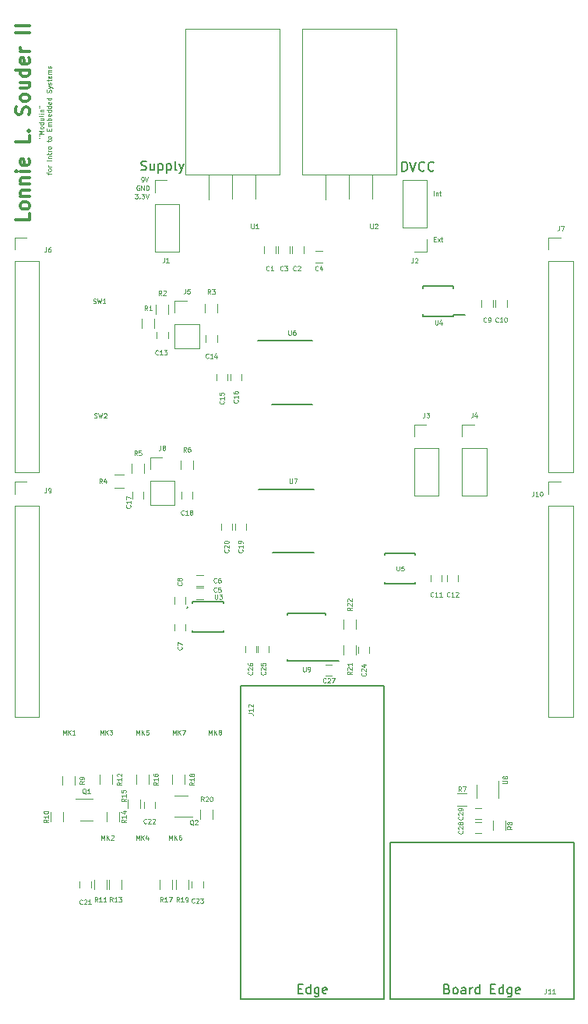
<source format=gto>
G04 #@! TF.FileFunction,Legend,Top*
%FSLAX46Y46*%
G04 Gerber Fmt 4.6, Leading zero omitted, Abs format (unit mm)*
G04 Created by KiCad (PCBNEW 4.0.4-stable) date 11/26/17 23:03:44*
%MOMM*%
%LPD*%
G01*
G04 APERTURE LIST*
%ADD10C,0.100000*%
%ADD11C,0.300000*%
%ADD12C,0.200000*%
%ADD13C,0.120000*%
%ADD14C,0.150000*%
%ADD15C,0.152400*%
%ADD16C,0.075000*%
G04 APERTURE END LIST*
D10*
X125501190Y-59316666D02*
X125596429Y-59316666D01*
X125501190Y-59126190D02*
X125596429Y-59126190D01*
X126001190Y-58911904D02*
X125501190Y-58911904D01*
X125858333Y-58745238D01*
X125501190Y-58578571D01*
X126001190Y-58578571D01*
X126001190Y-58269047D02*
X125977381Y-58316666D01*
X125953571Y-58340475D01*
X125905952Y-58364285D01*
X125763095Y-58364285D01*
X125715476Y-58340475D01*
X125691667Y-58316666D01*
X125667857Y-58269047D01*
X125667857Y-58197618D01*
X125691667Y-58149999D01*
X125715476Y-58126190D01*
X125763095Y-58102380D01*
X125905952Y-58102380D01*
X125953571Y-58126190D01*
X125977381Y-58149999D01*
X126001190Y-58197618D01*
X126001190Y-58269047D01*
X126001190Y-57673809D02*
X125501190Y-57673809D01*
X125977381Y-57673809D02*
X126001190Y-57721428D01*
X126001190Y-57816666D01*
X125977381Y-57864285D01*
X125953571Y-57888094D01*
X125905952Y-57911904D01*
X125763095Y-57911904D01*
X125715476Y-57888094D01*
X125691667Y-57864285D01*
X125667857Y-57816666D01*
X125667857Y-57721428D01*
X125691667Y-57673809D01*
X125667857Y-57221428D02*
X126001190Y-57221428D01*
X125667857Y-57435713D02*
X125929762Y-57435713D01*
X125977381Y-57411904D01*
X126001190Y-57364285D01*
X126001190Y-57292856D01*
X125977381Y-57245237D01*
X125953571Y-57221428D01*
X126001190Y-56911904D02*
X125977381Y-56959523D01*
X125929762Y-56983332D01*
X125501190Y-56983332D01*
X126001190Y-56721427D02*
X125667857Y-56721427D01*
X125501190Y-56721427D02*
X125525000Y-56745237D01*
X125548810Y-56721427D01*
X125525000Y-56697618D01*
X125501190Y-56721427D01*
X125548810Y-56721427D01*
X125667857Y-56483332D02*
X126001190Y-56483332D01*
X125715476Y-56483332D02*
X125691667Y-56459523D01*
X125667857Y-56411904D01*
X125667857Y-56340475D01*
X125691667Y-56292856D01*
X125739286Y-56269047D01*
X126001190Y-56269047D01*
X125501190Y-56054761D02*
X125596429Y-56054761D01*
X125501190Y-55864285D02*
X125596429Y-55864285D01*
X126517857Y-63292855D02*
X126517857Y-63102379D01*
X126851190Y-63221426D02*
X126422619Y-63221426D01*
X126375000Y-63197617D01*
X126351190Y-63149998D01*
X126351190Y-63102379D01*
X126851190Y-62864284D02*
X126827381Y-62911903D01*
X126803571Y-62935712D01*
X126755952Y-62959522D01*
X126613095Y-62959522D01*
X126565476Y-62935712D01*
X126541667Y-62911903D01*
X126517857Y-62864284D01*
X126517857Y-62792855D01*
X126541667Y-62745236D01*
X126565476Y-62721427D01*
X126613095Y-62697617D01*
X126755952Y-62697617D01*
X126803571Y-62721427D01*
X126827381Y-62745236D01*
X126851190Y-62792855D01*
X126851190Y-62864284D01*
X126851190Y-62483331D02*
X126517857Y-62483331D01*
X126613095Y-62483331D02*
X126565476Y-62459522D01*
X126541667Y-62435712D01*
X126517857Y-62388093D01*
X126517857Y-62340474D01*
X126851190Y-61792855D02*
X126351190Y-61792855D01*
X126517857Y-61554760D02*
X126851190Y-61554760D01*
X126565476Y-61554760D02*
X126541667Y-61530951D01*
X126517857Y-61483332D01*
X126517857Y-61411903D01*
X126541667Y-61364284D01*
X126589286Y-61340475D01*
X126851190Y-61340475D01*
X126517857Y-61173808D02*
X126517857Y-60983332D01*
X126351190Y-61102379D02*
X126779762Y-61102379D01*
X126827381Y-61078570D01*
X126851190Y-61030951D01*
X126851190Y-60983332D01*
X126851190Y-60816665D02*
X126517857Y-60816665D01*
X126613095Y-60816665D02*
X126565476Y-60792856D01*
X126541667Y-60769046D01*
X126517857Y-60721427D01*
X126517857Y-60673808D01*
X126851190Y-60435713D02*
X126827381Y-60483332D01*
X126803571Y-60507141D01*
X126755952Y-60530951D01*
X126613095Y-60530951D01*
X126565476Y-60507141D01*
X126541667Y-60483332D01*
X126517857Y-60435713D01*
X126517857Y-60364284D01*
X126541667Y-60316665D01*
X126565476Y-60292856D01*
X126613095Y-60269046D01*
X126755952Y-60269046D01*
X126803571Y-60292856D01*
X126827381Y-60316665D01*
X126851190Y-60364284D01*
X126851190Y-60435713D01*
X126517857Y-59745237D02*
X126517857Y-59554761D01*
X126351190Y-59673808D02*
X126779762Y-59673808D01*
X126827381Y-59649999D01*
X126851190Y-59602380D01*
X126851190Y-59554761D01*
X126851190Y-59316666D02*
X126827381Y-59364285D01*
X126803571Y-59388094D01*
X126755952Y-59411904D01*
X126613095Y-59411904D01*
X126565476Y-59388094D01*
X126541667Y-59364285D01*
X126517857Y-59316666D01*
X126517857Y-59245237D01*
X126541667Y-59197618D01*
X126565476Y-59173809D01*
X126613095Y-59149999D01*
X126755952Y-59149999D01*
X126803571Y-59173809D01*
X126827381Y-59197618D01*
X126851190Y-59245237D01*
X126851190Y-59316666D01*
X126589286Y-58554761D02*
X126589286Y-58388095D01*
X126851190Y-58316666D02*
X126851190Y-58554761D01*
X126351190Y-58554761D01*
X126351190Y-58316666D01*
X126851190Y-58102380D02*
X126517857Y-58102380D01*
X126565476Y-58102380D02*
X126541667Y-58078571D01*
X126517857Y-58030952D01*
X126517857Y-57959523D01*
X126541667Y-57911904D01*
X126589286Y-57888095D01*
X126851190Y-57888095D01*
X126589286Y-57888095D02*
X126541667Y-57864285D01*
X126517857Y-57816666D01*
X126517857Y-57745238D01*
X126541667Y-57697618D01*
X126589286Y-57673809D01*
X126851190Y-57673809D01*
X126851190Y-57435713D02*
X126351190Y-57435713D01*
X126541667Y-57435713D02*
X126517857Y-57388094D01*
X126517857Y-57292856D01*
X126541667Y-57245237D01*
X126565476Y-57221428D01*
X126613095Y-57197618D01*
X126755952Y-57197618D01*
X126803571Y-57221428D01*
X126827381Y-57245237D01*
X126851190Y-57292856D01*
X126851190Y-57388094D01*
X126827381Y-57435713D01*
X126827381Y-56792856D02*
X126851190Y-56840475D01*
X126851190Y-56935713D01*
X126827381Y-56983332D01*
X126779762Y-57007142D01*
X126589286Y-57007142D01*
X126541667Y-56983332D01*
X126517857Y-56935713D01*
X126517857Y-56840475D01*
X126541667Y-56792856D01*
X126589286Y-56769047D01*
X126636905Y-56769047D01*
X126684524Y-57007142D01*
X126851190Y-56340476D02*
X126351190Y-56340476D01*
X126827381Y-56340476D02*
X126851190Y-56388095D01*
X126851190Y-56483333D01*
X126827381Y-56530952D01*
X126803571Y-56554761D01*
X126755952Y-56578571D01*
X126613095Y-56578571D01*
X126565476Y-56554761D01*
X126541667Y-56530952D01*
X126517857Y-56483333D01*
X126517857Y-56388095D01*
X126541667Y-56340476D01*
X126851190Y-55888095D02*
X126351190Y-55888095D01*
X126827381Y-55888095D02*
X126851190Y-55935714D01*
X126851190Y-56030952D01*
X126827381Y-56078571D01*
X126803571Y-56102380D01*
X126755952Y-56126190D01*
X126613095Y-56126190D01*
X126565476Y-56102380D01*
X126541667Y-56078571D01*
X126517857Y-56030952D01*
X126517857Y-55935714D01*
X126541667Y-55888095D01*
X126827381Y-55459523D02*
X126851190Y-55507142D01*
X126851190Y-55602380D01*
X126827381Y-55649999D01*
X126779762Y-55673809D01*
X126589286Y-55673809D01*
X126541667Y-55649999D01*
X126517857Y-55602380D01*
X126517857Y-55507142D01*
X126541667Y-55459523D01*
X126589286Y-55435714D01*
X126636905Y-55435714D01*
X126684524Y-55673809D01*
X126851190Y-55007143D02*
X126351190Y-55007143D01*
X126827381Y-55007143D02*
X126851190Y-55054762D01*
X126851190Y-55150000D01*
X126827381Y-55197619D01*
X126803571Y-55221428D01*
X126755952Y-55245238D01*
X126613095Y-55245238D01*
X126565476Y-55221428D01*
X126541667Y-55197619D01*
X126517857Y-55150000D01*
X126517857Y-55054762D01*
X126541667Y-55007143D01*
X126827381Y-54411905D02*
X126851190Y-54340476D01*
X126851190Y-54221429D01*
X126827381Y-54173810D01*
X126803571Y-54150000D01*
X126755952Y-54126191D01*
X126708333Y-54126191D01*
X126660714Y-54150000D01*
X126636905Y-54173810D01*
X126613095Y-54221429D01*
X126589286Y-54316667D01*
X126565476Y-54364286D01*
X126541667Y-54388095D01*
X126494048Y-54411905D01*
X126446429Y-54411905D01*
X126398810Y-54388095D01*
X126375000Y-54364286D01*
X126351190Y-54316667D01*
X126351190Y-54197619D01*
X126375000Y-54126191D01*
X126517857Y-53959524D02*
X126851190Y-53840477D01*
X126517857Y-53721429D02*
X126851190Y-53840477D01*
X126970238Y-53888096D01*
X126994048Y-53911905D01*
X127017857Y-53959524D01*
X126827381Y-53554763D02*
X126851190Y-53507144D01*
X126851190Y-53411906D01*
X126827381Y-53364287D01*
X126779762Y-53340477D01*
X126755952Y-53340477D01*
X126708333Y-53364287D01*
X126684524Y-53411906D01*
X126684524Y-53483334D01*
X126660714Y-53530953D01*
X126613095Y-53554763D01*
X126589286Y-53554763D01*
X126541667Y-53530953D01*
X126517857Y-53483334D01*
X126517857Y-53411906D01*
X126541667Y-53364287D01*
X126517857Y-53197620D02*
X126517857Y-53007144D01*
X126351190Y-53126191D02*
X126779762Y-53126191D01*
X126827381Y-53102382D01*
X126851190Y-53054763D01*
X126851190Y-53007144D01*
X126827381Y-52650001D02*
X126851190Y-52697620D01*
X126851190Y-52792858D01*
X126827381Y-52840477D01*
X126779762Y-52864287D01*
X126589286Y-52864287D01*
X126541667Y-52840477D01*
X126517857Y-52792858D01*
X126517857Y-52697620D01*
X126541667Y-52650001D01*
X126589286Y-52626192D01*
X126636905Y-52626192D01*
X126684524Y-52864287D01*
X126851190Y-52411906D02*
X126517857Y-52411906D01*
X126565476Y-52411906D02*
X126541667Y-52388097D01*
X126517857Y-52340478D01*
X126517857Y-52269049D01*
X126541667Y-52221430D01*
X126589286Y-52197621D01*
X126851190Y-52197621D01*
X126589286Y-52197621D02*
X126541667Y-52173811D01*
X126517857Y-52126192D01*
X126517857Y-52054764D01*
X126541667Y-52007144D01*
X126589286Y-51983335D01*
X126851190Y-51983335D01*
X126827381Y-51769049D02*
X126851190Y-51721430D01*
X126851190Y-51626192D01*
X126827381Y-51578573D01*
X126779762Y-51554763D01*
X126755952Y-51554763D01*
X126708333Y-51578573D01*
X126684524Y-51626192D01*
X126684524Y-51697620D01*
X126660714Y-51745239D01*
X126613095Y-51769049D01*
X126589286Y-51769049D01*
X126541667Y-51745239D01*
X126517857Y-51697620D01*
X126517857Y-51626192D01*
X126541667Y-51578573D01*
D11*
X124478571Y-67528571D02*
X124478571Y-68242857D01*
X122978571Y-68242857D01*
X124478571Y-66814285D02*
X124407143Y-66957143D01*
X124335714Y-67028571D01*
X124192857Y-67100000D01*
X123764286Y-67100000D01*
X123621429Y-67028571D01*
X123550000Y-66957143D01*
X123478571Y-66814285D01*
X123478571Y-66600000D01*
X123550000Y-66457143D01*
X123621429Y-66385714D01*
X123764286Y-66314285D01*
X124192857Y-66314285D01*
X124335714Y-66385714D01*
X124407143Y-66457143D01*
X124478571Y-66600000D01*
X124478571Y-66814285D01*
X123478571Y-65671428D02*
X124478571Y-65671428D01*
X123621429Y-65671428D02*
X123550000Y-65600000D01*
X123478571Y-65457142D01*
X123478571Y-65242857D01*
X123550000Y-65100000D01*
X123692857Y-65028571D01*
X124478571Y-65028571D01*
X123478571Y-64314285D02*
X124478571Y-64314285D01*
X123621429Y-64314285D02*
X123550000Y-64242857D01*
X123478571Y-64099999D01*
X123478571Y-63885714D01*
X123550000Y-63742857D01*
X123692857Y-63671428D01*
X124478571Y-63671428D01*
X124478571Y-62957142D02*
X123478571Y-62957142D01*
X122978571Y-62957142D02*
X123050000Y-63028571D01*
X123121429Y-62957142D01*
X123050000Y-62885714D01*
X122978571Y-62957142D01*
X123121429Y-62957142D01*
X124407143Y-61671428D02*
X124478571Y-61814285D01*
X124478571Y-62099999D01*
X124407143Y-62242856D01*
X124264286Y-62314285D01*
X123692857Y-62314285D01*
X123550000Y-62242856D01*
X123478571Y-62099999D01*
X123478571Y-61814285D01*
X123550000Y-61671428D01*
X123692857Y-61599999D01*
X123835714Y-61599999D01*
X123978571Y-62314285D01*
X124478571Y-59099999D02*
X124478571Y-59814285D01*
X122978571Y-59814285D01*
X124335714Y-58599999D02*
X124407143Y-58528571D01*
X124478571Y-58599999D01*
X124407143Y-58671428D01*
X124335714Y-58599999D01*
X124478571Y-58599999D01*
X124407143Y-56814285D02*
X124478571Y-56599999D01*
X124478571Y-56242856D01*
X124407143Y-56099999D01*
X124335714Y-56028570D01*
X124192857Y-55957142D01*
X124050000Y-55957142D01*
X123907143Y-56028570D01*
X123835714Y-56099999D01*
X123764286Y-56242856D01*
X123692857Y-56528570D01*
X123621429Y-56671428D01*
X123550000Y-56742856D01*
X123407143Y-56814285D01*
X123264286Y-56814285D01*
X123121429Y-56742856D01*
X123050000Y-56671428D01*
X122978571Y-56528570D01*
X122978571Y-56171428D01*
X123050000Y-55957142D01*
X124478571Y-55099999D02*
X124407143Y-55242857D01*
X124335714Y-55314285D01*
X124192857Y-55385714D01*
X123764286Y-55385714D01*
X123621429Y-55314285D01*
X123550000Y-55242857D01*
X123478571Y-55099999D01*
X123478571Y-54885714D01*
X123550000Y-54742857D01*
X123621429Y-54671428D01*
X123764286Y-54599999D01*
X124192857Y-54599999D01*
X124335714Y-54671428D01*
X124407143Y-54742857D01*
X124478571Y-54885714D01*
X124478571Y-55099999D01*
X123478571Y-53314285D02*
X124478571Y-53314285D01*
X123478571Y-53957142D02*
X124264286Y-53957142D01*
X124407143Y-53885714D01*
X124478571Y-53742856D01*
X124478571Y-53528571D01*
X124407143Y-53385714D01*
X124335714Y-53314285D01*
X124478571Y-51957142D02*
X122978571Y-51957142D01*
X124407143Y-51957142D02*
X124478571Y-52099999D01*
X124478571Y-52385713D01*
X124407143Y-52528571D01*
X124335714Y-52599999D01*
X124192857Y-52671428D01*
X123764286Y-52671428D01*
X123621429Y-52599999D01*
X123550000Y-52528571D01*
X123478571Y-52385713D01*
X123478571Y-52099999D01*
X123550000Y-51957142D01*
X124407143Y-50671428D02*
X124478571Y-50814285D01*
X124478571Y-51099999D01*
X124407143Y-51242856D01*
X124264286Y-51314285D01*
X123692857Y-51314285D01*
X123550000Y-51242856D01*
X123478571Y-51099999D01*
X123478571Y-50814285D01*
X123550000Y-50671428D01*
X123692857Y-50599999D01*
X123835714Y-50599999D01*
X123978571Y-51314285D01*
X124478571Y-49957142D02*
X123478571Y-49957142D01*
X123764286Y-49957142D02*
X123621429Y-49885714D01*
X123550000Y-49814285D01*
X123478571Y-49671428D01*
X123478571Y-49528571D01*
X124478571Y-47885714D02*
X122978571Y-47885714D01*
X124478571Y-47171428D02*
X122978571Y-47171428D01*
D12*
X165009524Y-62952381D02*
X165009524Y-61952381D01*
X165247619Y-61952381D01*
X165390477Y-62000000D01*
X165485715Y-62095238D01*
X165533334Y-62190476D01*
X165580953Y-62380952D01*
X165580953Y-62523810D01*
X165533334Y-62714286D01*
X165485715Y-62809524D01*
X165390477Y-62904762D01*
X165247619Y-62952381D01*
X165009524Y-62952381D01*
X165866667Y-61952381D02*
X166200000Y-62952381D01*
X166533334Y-61952381D01*
X167438096Y-62857143D02*
X167390477Y-62904762D01*
X167247620Y-62952381D01*
X167152382Y-62952381D01*
X167009524Y-62904762D01*
X166914286Y-62809524D01*
X166866667Y-62714286D01*
X166819048Y-62523810D01*
X166819048Y-62380952D01*
X166866667Y-62190476D01*
X166914286Y-62095238D01*
X167009524Y-62000000D01*
X167152382Y-61952381D01*
X167247620Y-61952381D01*
X167390477Y-62000000D01*
X167438096Y-62047619D01*
X168438096Y-62857143D02*
X168390477Y-62904762D01*
X168247620Y-62952381D01*
X168152382Y-62952381D01*
X168009524Y-62904762D01*
X167914286Y-62809524D01*
X167866667Y-62714286D01*
X167819048Y-62523810D01*
X167819048Y-62380952D01*
X167866667Y-62190476D01*
X167914286Y-62095238D01*
X168009524Y-62000000D01*
X168152382Y-61952381D01*
X168247620Y-61952381D01*
X168390477Y-62000000D01*
X168438096Y-62047619D01*
D10*
X168430953Y-65626190D02*
X168430953Y-65126190D01*
X168669048Y-65292857D02*
X168669048Y-65626190D01*
X168669048Y-65340476D02*
X168692857Y-65316667D01*
X168740476Y-65292857D01*
X168811905Y-65292857D01*
X168859524Y-65316667D01*
X168883333Y-65364286D01*
X168883333Y-65626190D01*
X169050000Y-65292857D02*
X169240476Y-65292857D01*
X169121429Y-65126190D02*
X169121429Y-65554762D01*
X169145238Y-65602381D01*
X169192857Y-65626190D01*
X169240476Y-65626190D01*
X168447620Y-70364286D02*
X168614286Y-70364286D01*
X168685715Y-70626190D02*
X168447620Y-70626190D01*
X168447620Y-70126190D01*
X168685715Y-70126190D01*
X168852382Y-70626190D02*
X169114286Y-70292857D01*
X168852382Y-70292857D02*
X169114286Y-70626190D01*
X169233334Y-70292857D02*
X169423810Y-70292857D01*
X169304763Y-70126190D02*
X169304763Y-70554762D01*
X169328572Y-70602381D01*
X169376191Y-70626190D01*
X169423810Y-70626190D01*
X135961906Y-65426190D02*
X136271429Y-65426190D01*
X136104763Y-65616667D01*
X136176191Y-65616667D01*
X136223810Y-65640476D01*
X136247620Y-65664286D01*
X136271429Y-65711905D01*
X136271429Y-65830952D01*
X136247620Y-65878571D01*
X136223810Y-65902381D01*
X136176191Y-65926190D01*
X136033334Y-65926190D01*
X135985715Y-65902381D01*
X135961906Y-65878571D01*
X136485715Y-65878571D02*
X136509524Y-65902381D01*
X136485715Y-65926190D01*
X136461905Y-65902381D01*
X136485715Y-65878571D01*
X136485715Y-65926190D01*
X136676191Y-65426190D02*
X136985714Y-65426190D01*
X136819048Y-65616667D01*
X136890476Y-65616667D01*
X136938095Y-65640476D01*
X136961905Y-65664286D01*
X136985714Y-65711905D01*
X136985714Y-65830952D01*
X136961905Y-65878571D01*
X136938095Y-65902381D01*
X136890476Y-65926190D01*
X136747619Y-65926190D01*
X136700000Y-65902381D01*
X136676191Y-65878571D01*
X137128571Y-65426190D02*
X137295238Y-65926190D01*
X137461904Y-65426190D01*
X136419047Y-64550000D02*
X136371428Y-64526190D01*
X136300000Y-64526190D01*
X136228571Y-64550000D01*
X136180952Y-64597619D01*
X136157143Y-64645238D01*
X136133333Y-64740476D01*
X136133333Y-64811905D01*
X136157143Y-64907143D01*
X136180952Y-64954762D01*
X136228571Y-65002381D01*
X136300000Y-65026190D01*
X136347619Y-65026190D01*
X136419047Y-65002381D01*
X136442857Y-64978571D01*
X136442857Y-64811905D01*
X136347619Y-64811905D01*
X136657143Y-65026190D02*
X136657143Y-64526190D01*
X136942857Y-65026190D01*
X136942857Y-64526190D01*
X137180953Y-65026190D02*
X137180953Y-64526190D01*
X137300000Y-64526190D01*
X137371429Y-64550000D01*
X137419048Y-64597619D01*
X137442857Y-64645238D01*
X137466667Y-64740476D01*
X137466667Y-64811905D01*
X137442857Y-64907143D01*
X137419048Y-64954762D01*
X137371429Y-65002381D01*
X137300000Y-65026190D01*
X137180953Y-65026190D01*
X136690477Y-64126190D02*
X136785715Y-64126190D01*
X136833334Y-64102381D01*
X136857144Y-64078571D01*
X136904763Y-64007143D01*
X136928572Y-63911905D01*
X136928572Y-63721429D01*
X136904763Y-63673810D01*
X136880953Y-63650000D01*
X136833334Y-63626190D01*
X136738096Y-63626190D01*
X136690477Y-63650000D01*
X136666668Y-63673810D01*
X136642858Y-63721429D01*
X136642858Y-63840476D01*
X136666668Y-63888095D01*
X136690477Y-63911905D01*
X136738096Y-63935714D01*
X136833334Y-63935714D01*
X136880953Y-63911905D01*
X136904763Y-63888095D01*
X136928572Y-63840476D01*
X137071429Y-63626190D02*
X137238096Y-64126190D01*
X137404762Y-63626190D01*
D12*
X136614285Y-62804762D02*
X136757142Y-62852381D01*
X136995238Y-62852381D01*
X137090476Y-62804762D01*
X137138095Y-62757143D01*
X137185714Y-62661905D01*
X137185714Y-62566667D01*
X137138095Y-62471429D01*
X137090476Y-62423810D01*
X136995238Y-62376190D01*
X136804761Y-62328571D01*
X136709523Y-62280952D01*
X136661904Y-62233333D01*
X136614285Y-62138095D01*
X136614285Y-62042857D01*
X136661904Y-61947619D01*
X136709523Y-61900000D01*
X136804761Y-61852381D01*
X137042857Y-61852381D01*
X137185714Y-61900000D01*
X138042857Y-62185714D02*
X138042857Y-62852381D01*
X137614285Y-62185714D02*
X137614285Y-62709524D01*
X137661904Y-62804762D01*
X137757142Y-62852381D01*
X137900000Y-62852381D01*
X137995238Y-62804762D01*
X138042857Y-62757143D01*
X138519047Y-62185714D02*
X138519047Y-63185714D01*
X138519047Y-62233333D02*
X138614285Y-62185714D01*
X138804762Y-62185714D01*
X138900000Y-62233333D01*
X138947619Y-62280952D01*
X138995238Y-62376190D01*
X138995238Y-62661905D01*
X138947619Y-62757143D01*
X138900000Y-62804762D01*
X138804762Y-62852381D01*
X138614285Y-62852381D01*
X138519047Y-62804762D01*
X139423809Y-62185714D02*
X139423809Y-63185714D01*
X139423809Y-62233333D02*
X139519047Y-62185714D01*
X139709524Y-62185714D01*
X139804762Y-62233333D01*
X139852381Y-62280952D01*
X139900000Y-62376190D01*
X139900000Y-62661905D01*
X139852381Y-62757143D01*
X139804762Y-62804762D01*
X139709524Y-62852381D01*
X139519047Y-62852381D01*
X139423809Y-62804762D01*
X140471428Y-62852381D02*
X140376190Y-62804762D01*
X140328571Y-62709524D01*
X140328571Y-61852381D01*
X140757143Y-62185714D02*
X140995238Y-62852381D01*
X141233334Y-62185714D02*
X140995238Y-62852381D01*
X140900000Y-63090476D01*
X140852381Y-63138095D01*
X140757143Y-63185714D01*
D13*
X150022000Y-71851000D02*
X150022000Y-71151000D01*
X151222000Y-71151000D02*
X151222000Y-71851000D01*
X153070000Y-71851000D02*
X153070000Y-71151000D01*
X154270000Y-71151000D02*
X154270000Y-71851000D01*
X151546000Y-71851000D02*
X151546000Y-71151000D01*
X152746000Y-71151000D02*
X152746000Y-71851000D01*
X155606000Y-71663000D02*
X156306000Y-71663000D01*
X156306000Y-72863000D02*
X155606000Y-72863000D01*
X143352000Y-109439000D02*
X142652000Y-109439000D01*
X142652000Y-108239000D02*
X143352000Y-108239000D01*
X143352000Y-108042000D02*
X142652000Y-108042000D01*
X142652000Y-106842000D02*
X143352000Y-106842000D01*
X140243000Y-112872000D02*
X140243000Y-112172000D01*
X141443000Y-112172000D02*
X141443000Y-112872000D01*
X141443000Y-109251000D02*
X141443000Y-109951000D01*
X140243000Y-109951000D02*
X140243000Y-109251000D01*
X174844000Y-76993000D02*
X174844000Y-77693000D01*
X173644000Y-77693000D02*
X173644000Y-76993000D01*
X176368000Y-76993000D02*
X176368000Y-77693000D01*
X175168000Y-77693000D02*
X175168000Y-76993000D01*
X169319500Y-106838000D02*
X169319500Y-107538000D01*
X168119500Y-107538000D02*
X168119500Y-106838000D01*
X171097500Y-106838000D02*
X171097500Y-107538000D01*
X169897500Y-107538000D02*
X169897500Y-106838000D01*
X138338000Y-81122000D02*
X138338000Y-80422000D01*
X139538000Y-80422000D02*
X139538000Y-81122000D01*
X144872000Y-80803000D02*
X144872000Y-81503000D01*
X143672000Y-81503000D02*
X143672000Y-80803000D01*
X144815000Y-85694000D02*
X144815000Y-84994000D01*
X146015000Y-84994000D02*
X146015000Y-85694000D01*
X146339000Y-85694000D02*
X146339000Y-84994000D01*
X147539000Y-84994000D02*
X147539000Y-85694000D01*
X135671000Y-98521000D02*
X135671000Y-97821000D01*
X136871000Y-97821000D02*
X136871000Y-98521000D01*
X142205000Y-97821000D02*
X142205000Y-98521000D01*
X141005000Y-98521000D02*
X141005000Y-97821000D01*
X146847000Y-101950000D02*
X146847000Y-101250000D01*
X148047000Y-101250000D02*
X148047000Y-101950000D01*
X145323000Y-101950000D02*
X145323000Y-101250000D01*
X146523000Y-101250000D02*
X146523000Y-101950000D01*
X131156000Y-140112000D02*
X131156000Y-140812000D01*
X129956000Y-140812000D02*
X129956000Y-140112000D01*
X136941000Y-132176000D02*
X136941000Y-131476000D01*
X138141000Y-131476000D02*
X138141000Y-132176000D01*
X143348000Y-140112000D02*
X143348000Y-140812000D01*
X142148000Y-140812000D02*
X142148000Y-140112000D01*
X160245500Y-115348500D02*
X160245500Y-114648500D01*
X161445500Y-114648500D02*
X161445500Y-115348500D01*
X149323500Y-115221500D02*
X149323500Y-114521500D01*
X150523500Y-114521500D02*
X150523500Y-115221500D01*
X149126500Y-114521500D02*
X149126500Y-115221500D01*
X147926500Y-115221500D02*
X147926500Y-114521500D01*
X157385500Y-117757500D02*
X156685500Y-117757500D01*
X156685500Y-116557500D02*
X157385500Y-116557500D01*
X138116000Y-71688000D02*
X140776000Y-71688000D01*
X138116000Y-66548000D02*
X138116000Y-71688000D01*
X140776000Y-66548000D02*
X140776000Y-71688000D01*
X138116000Y-66548000D02*
X140776000Y-66548000D01*
X138116000Y-65278000D02*
X138116000Y-63948000D01*
X138116000Y-63948000D02*
X139446000Y-63948000D01*
X167700000Y-63948000D02*
X165040000Y-63948000D01*
X167700000Y-69088000D02*
X167700000Y-63948000D01*
X165040000Y-69088000D02*
X165040000Y-63948000D01*
X167700000Y-69088000D02*
X165040000Y-69088000D01*
X167700000Y-70358000D02*
X167700000Y-71688000D01*
X167700000Y-71688000D02*
X166370000Y-71688000D01*
X166310000Y-98231000D02*
X168970000Y-98231000D01*
X166310000Y-93091000D02*
X166310000Y-98231000D01*
X168970000Y-93091000D02*
X168970000Y-98231000D01*
X166310000Y-93091000D02*
X168970000Y-93091000D01*
X166310000Y-91821000D02*
X166310000Y-90491000D01*
X166310000Y-90491000D02*
X167640000Y-90491000D01*
X171517000Y-98231000D02*
X174177000Y-98231000D01*
X171517000Y-93091000D02*
X171517000Y-98231000D01*
X174177000Y-93091000D02*
X174177000Y-98231000D01*
X171517000Y-93091000D02*
X174177000Y-93091000D01*
X171517000Y-91821000D02*
X171517000Y-90491000D01*
X171517000Y-90491000D02*
X172847000Y-90491000D01*
X140275000Y-82229000D02*
X142935000Y-82229000D01*
X140275000Y-79629000D02*
X140275000Y-82229000D01*
X142935000Y-79629000D02*
X142935000Y-82229000D01*
X140275000Y-79629000D02*
X142935000Y-79629000D01*
X140275000Y-78359000D02*
X140275000Y-77029000D01*
X140275000Y-77029000D02*
X141605000Y-77029000D01*
X122876000Y-95691000D02*
X125536000Y-95691000D01*
X122876000Y-72771000D02*
X122876000Y-95691000D01*
X125536000Y-72771000D02*
X125536000Y-95691000D01*
X122876000Y-72771000D02*
X125536000Y-72771000D01*
X122876000Y-71501000D02*
X122876000Y-70171000D01*
X122876000Y-70171000D02*
X124206000Y-70171000D01*
X180915000Y-95691000D02*
X183575000Y-95691000D01*
X180915000Y-72771000D02*
X180915000Y-95691000D01*
X183575000Y-72771000D02*
X183575000Y-95691000D01*
X180915000Y-72771000D02*
X183575000Y-72771000D01*
X180915000Y-71501000D02*
X180915000Y-70171000D01*
X180915000Y-70171000D02*
X182245000Y-70171000D01*
X137608000Y-99247000D02*
X140268000Y-99247000D01*
X137608000Y-96647000D02*
X137608000Y-99247000D01*
X140268000Y-96647000D02*
X140268000Y-99247000D01*
X137608000Y-96647000D02*
X140268000Y-96647000D01*
X137608000Y-95377000D02*
X137608000Y-94047000D01*
X137608000Y-94047000D02*
X138938000Y-94047000D01*
X122876000Y-122234000D02*
X125536000Y-122234000D01*
X122876000Y-99314000D02*
X122876000Y-122234000D01*
X125536000Y-99314000D02*
X125536000Y-122234000D01*
X122876000Y-99314000D02*
X125536000Y-99314000D01*
X122876000Y-98044000D02*
X122876000Y-96714000D01*
X122876000Y-96714000D02*
X124206000Y-96714000D01*
X180915000Y-122234000D02*
X183575000Y-122234000D01*
X180915000Y-99314000D02*
X180915000Y-122234000D01*
X183575000Y-99314000D02*
X183575000Y-122234000D01*
X180915000Y-99314000D02*
X183575000Y-99314000D01*
X180915000Y-98044000D02*
X180915000Y-96714000D01*
X180915000Y-96714000D02*
X182245000Y-96714000D01*
D14*
X163672500Y-152890500D02*
X183672500Y-152890500D01*
X183672500Y-135890500D02*
X183672500Y-152890500D01*
X183672500Y-135890500D02*
X163672500Y-135890500D01*
X163672500Y-135890500D02*
X163672500Y-152890500D01*
X163068000Y-152895300D02*
X147447000Y-152895300D01*
X147447000Y-152895300D02*
X147447000Y-118859300D01*
X147447000Y-118859300D02*
X163068000Y-118859300D01*
X163068000Y-118859300D02*
X163068000Y-152895300D01*
D13*
X131383000Y-131174000D02*
X129483000Y-131174000D01*
X129983000Y-133494000D02*
X131383000Y-133494000D01*
X140270000Y-133113000D02*
X142170000Y-133113000D01*
X141670000Y-130793000D02*
X140270000Y-130793000D01*
X136734000Y-80002000D02*
X136734000Y-79002000D01*
X138094000Y-79002000D02*
X138094000Y-80002000D01*
X138258000Y-78478000D02*
X138258000Y-77478000D01*
X139618000Y-77478000D02*
X139618000Y-78478000D01*
X144952000Y-77351000D02*
X144952000Y-78351000D01*
X143592000Y-78351000D02*
X143592000Y-77351000D01*
X133739000Y-95967000D02*
X134739000Y-95967000D01*
X134739000Y-97327000D02*
X133739000Y-97327000D01*
X135591000Y-95750000D02*
X135591000Y-94750000D01*
X136951000Y-94750000D02*
X136951000Y-95750000D01*
X142285000Y-94369000D02*
X142285000Y-95369000D01*
X140925000Y-95369000D02*
X140925000Y-94369000D01*
X172013500Y-131934500D02*
X171013500Y-131934500D01*
X171013500Y-130574500D02*
X172013500Y-130574500D01*
X174897500Y-134548500D02*
X174897500Y-133548500D01*
X176257500Y-133548500D02*
X176257500Y-134548500D01*
X128098000Y-129659000D02*
X128098000Y-128659000D01*
X129458000Y-128659000D02*
X129458000Y-129659000D01*
X126782000Y-133596000D02*
X126782000Y-132596000D01*
X128142000Y-132596000D02*
X128142000Y-133596000D01*
X131527000Y-140962000D02*
X131527000Y-139962000D01*
X132887000Y-139962000D02*
X132887000Y-140962000D01*
X132162000Y-129532000D02*
X132162000Y-128532000D01*
X133522000Y-128532000D02*
X133522000Y-129532000D01*
X134538000Y-139962000D02*
X134538000Y-140962000D01*
X133178000Y-140962000D02*
X133178000Y-139962000D01*
X132924000Y-133596000D02*
X132924000Y-132596000D01*
X134284000Y-132596000D02*
X134284000Y-133596000D01*
X135210000Y-132199000D02*
X135210000Y-131199000D01*
X136570000Y-131199000D02*
X136570000Y-132199000D01*
X136099000Y-129532000D02*
X136099000Y-128532000D01*
X137459000Y-128532000D02*
X137459000Y-129532000D01*
X138639000Y-140962000D02*
X138639000Y-139962000D01*
X139999000Y-139962000D02*
X139999000Y-140962000D01*
X140036000Y-129532000D02*
X140036000Y-128532000D01*
X141396000Y-128532000D02*
X141396000Y-129532000D01*
X141777000Y-139962000D02*
X141777000Y-140962000D01*
X140417000Y-140962000D02*
X140417000Y-139962000D01*
X143084000Y-133342000D02*
X143084000Y-132342000D01*
X144444000Y-132342000D02*
X144444000Y-133342000D01*
X160001500Y-114498500D02*
X160001500Y-115498500D01*
X158641500Y-115498500D02*
X158641500Y-114498500D01*
X160001500Y-111704500D02*
X160001500Y-112704500D01*
X158641500Y-112704500D02*
X158641500Y-111704500D01*
X141438000Y-63366000D02*
X151678000Y-63366000D01*
X141438000Y-47476000D02*
X151678000Y-47476000D01*
X141438000Y-47476000D02*
X141438000Y-63366000D01*
X151678000Y-47476000D02*
X151678000Y-63366000D01*
X144018000Y-63366000D02*
X144018000Y-66006000D01*
X146558000Y-63366000D02*
X146558000Y-65990000D01*
X149098000Y-63366000D02*
X149098000Y-65990000D01*
X154138000Y-63366000D02*
X164378000Y-63366000D01*
X154138000Y-47476000D02*
X164378000Y-47476000D01*
X154138000Y-47476000D02*
X154138000Y-63366000D01*
X164378000Y-47476000D02*
X164378000Y-63366000D01*
X156718000Y-63366000D02*
X156718000Y-66006000D01*
X159258000Y-63366000D02*
X159258000Y-65990000D01*
X161798000Y-63366000D02*
X161798000Y-65990000D01*
D15*
X142214600Y-113055400D02*
X145567400Y-113055400D01*
X145567400Y-113055400D02*
X145567400Y-112864141D01*
X145567400Y-109702600D02*
X142214600Y-109702600D01*
X142214600Y-109702600D02*
X142214600Y-109893859D01*
X142214600Y-112864141D02*
X142214600Y-113055400D01*
X145567400Y-109893859D02*
X145567400Y-109702600D01*
X141648654Y-110445864D02*
G75*
G03X141685200Y-110302800I36546J66864D01*
G01*
D14*
X170585000Y-78764000D02*
X170585000Y-78539000D01*
X167235000Y-78764000D02*
X167235000Y-78464000D01*
X167235000Y-75414000D02*
X167235000Y-75714000D01*
X170585000Y-75414000D02*
X170585000Y-75714000D01*
X170585000Y-78764000D02*
X167235000Y-78764000D01*
X170585000Y-75414000D02*
X167235000Y-75414000D01*
X170585000Y-78539000D02*
X171810000Y-78539000D01*
D15*
X163148690Y-107803201D02*
X166450690Y-107803201D01*
X166450690Y-107803201D02*
X166450690Y-107624642D01*
X166450690Y-104501201D02*
X163148690Y-104501201D01*
X163148690Y-104501201D02*
X163148690Y-104679760D01*
X163148690Y-107624642D02*
X163148690Y-107803201D01*
X166450690Y-104679760D02*
X166450690Y-104501201D01*
D14*
X150810000Y-88286000D02*
X155260000Y-88286000D01*
X149285000Y-81386000D02*
X155260000Y-81386000D01*
X150937000Y-104415000D02*
X155387000Y-104415000D01*
X149412000Y-97515000D02*
X155387000Y-97515000D01*
D13*
X175467500Y-131065500D02*
X175467500Y-129165500D01*
X173147500Y-129665500D02*
X173147500Y-131065500D01*
D14*
X156697500Y-116176500D02*
X156697500Y-116126500D01*
X152547500Y-116176500D02*
X152547500Y-116031500D01*
X152547500Y-111026500D02*
X152547500Y-111171500D01*
X156697500Y-111026500D02*
X156697500Y-111171500D01*
X156697500Y-116176500D02*
X152547500Y-116176500D01*
X156697500Y-111026500D02*
X152547500Y-111026500D01*
X156697500Y-116126500D02*
X158097500Y-116126500D01*
D13*
X172941500Y-133702500D02*
X173641500Y-133702500D01*
X173641500Y-134902500D02*
X172941500Y-134902500D01*
X172941500Y-132178500D02*
X173641500Y-132178500D01*
X173641500Y-133378500D02*
X172941500Y-133378500D01*
D16*
X150538667Y-73711571D02*
X150514857Y-73735381D01*
X150443429Y-73759190D01*
X150395810Y-73759190D01*
X150324381Y-73735381D01*
X150276762Y-73687762D01*
X150252953Y-73640143D01*
X150229143Y-73544905D01*
X150229143Y-73473476D01*
X150252953Y-73378238D01*
X150276762Y-73330619D01*
X150324381Y-73283000D01*
X150395810Y-73259190D01*
X150443429Y-73259190D01*
X150514857Y-73283000D01*
X150538667Y-73306810D01*
X151014857Y-73759190D02*
X150729143Y-73759190D01*
X150872000Y-73759190D02*
X150872000Y-73259190D01*
X150824381Y-73330619D01*
X150776762Y-73378238D01*
X150729143Y-73402048D01*
X153459667Y-73711571D02*
X153435857Y-73735381D01*
X153364429Y-73759190D01*
X153316810Y-73759190D01*
X153245381Y-73735381D01*
X153197762Y-73687762D01*
X153173953Y-73640143D01*
X153150143Y-73544905D01*
X153150143Y-73473476D01*
X153173953Y-73378238D01*
X153197762Y-73330619D01*
X153245381Y-73283000D01*
X153316810Y-73259190D01*
X153364429Y-73259190D01*
X153435857Y-73283000D01*
X153459667Y-73306810D01*
X153650143Y-73306810D02*
X153673953Y-73283000D01*
X153721572Y-73259190D01*
X153840619Y-73259190D01*
X153888238Y-73283000D01*
X153912048Y-73306810D01*
X153935857Y-73354429D01*
X153935857Y-73402048D01*
X153912048Y-73473476D01*
X153626334Y-73759190D01*
X153935857Y-73759190D01*
X152062667Y-73711571D02*
X152038857Y-73735381D01*
X151967429Y-73759190D01*
X151919810Y-73759190D01*
X151848381Y-73735381D01*
X151800762Y-73687762D01*
X151776953Y-73640143D01*
X151753143Y-73544905D01*
X151753143Y-73473476D01*
X151776953Y-73378238D01*
X151800762Y-73330619D01*
X151848381Y-73283000D01*
X151919810Y-73259190D01*
X151967429Y-73259190D01*
X152038857Y-73283000D01*
X152062667Y-73306810D01*
X152229334Y-73259190D02*
X152538857Y-73259190D01*
X152372191Y-73449667D01*
X152443619Y-73449667D01*
X152491238Y-73473476D01*
X152515048Y-73497286D01*
X152538857Y-73544905D01*
X152538857Y-73663952D01*
X152515048Y-73711571D01*
X152491238Y-73735381D01*
X152443619Y-73759190D01*
X152300762Y-73759190D01*
X152253143Y-73735381D01*
X152229334Y-73711571D01*
X155872667Y-73711571D02*
X155848857Y-73735381D01*
X155777429Y-73759190D01*
X155729810Y-73759190D01*
X155658381Y-73735381D01*
X155610762Y-73687762D01*
X155586953Y-73640143D01*
X155563143Y-73544905D01*
X155563143Y-73473476D01*
X155586953Y-73378238D01*
X155610762Y-73330619D01*
X155658381Y-73283000D01*
X155729810Y-73259190D01*
X155777429Y-73259190D01*
X155848857Y-73283000D01*
X155872667Y-73306810D01*
X156301238Y-73425857D02*
X156301238Y-73759190D01*
X156182191Y-73235381D02*
X156063143Y-73592524D01*
X156372667Y-73592524D01*
X144823667Y-108636571D02*
X144799857Y-108660381D01*
X144728429Y-108684190D01*
X144680810Y-108684190D01*
X144609381Y-108660381D01*
X144561762Y-108612762D01*
X144537953Y-108565143D01*
X144514143Y-108469905D01*
X144514143Y-108398476D01*
X144537953Y-108303238D01*
X144561762Y-108255619D01*
X144609381Y-108208000D01*
X144680810Y-108184190D01*
X144728429Y-108184190D01*
X144799857Y-108208000D01*
X144823667Y-108231810D01*
X145276048Y-108184190D02*
X145037953Y-108184190D01*
X145014143Y-108422286D01*
X145037953Y-108398476D01*
X145085572Y-108374667D01*
X145204619Y-108374667D01*
X145252238Y-108398476D01*
X145276048Y-108422286D01*
X145299857Y-108469905D01*
X145299857Y-108588952D01*
X145276048Y-108636571D01*
X145252238Y-108660381D01*
X145204619Y-108684190D01*
X145085572Y-108684190D01*
X145037953Y-108660381D01*
X145014143Y-108636571D01*
X144823667Y-107620571D02*
X144799857Y-107644381D01*
X144728429Y-107668190D01*
X144680810Y-107668190D01*
X144609381Y-107644381D01*
X144561762Y-107596762D01*
X144537953Y-107549143D01*
X144514143Y-107453905D01*
X144514143Y-107382476D01*
X144537953Y-107287238D01*
X144561762Y-107239619D01*
X144609381Y-107192000D01*
X144680810Y-107168190D01*
X144728429Y-107168190D01*
X144799857Y-107192000D01*
X144823667Y-107215810D01*
X145252238Y-107168190D02*
X145157000Y-107168190D01*
X145109381Y-107192000D01*
X145085572Y-107215810D01*
X145037953Y-107287238D01*
X145014143Y-107382476D01*
X145014143Y-107572952D01*
X145037953Y-107620571D01*
X145061762Y-107644381D01*
X145109381Y-107668190D01*
X145204619Y-107668190D01*
X145252238Y-107644381D01*
X145276048Y-107620571D01*
X145299857Y-107572952D01*
X145299857Y-107453905D01*
X145276048Y-107406286D01*
X145252238Y-107382476D01*
X145204619Y-107358667D01*
X145109381Y-107358667D01*
X145061762Y-107382476D01*
X145037953Y-107406286D01*
X145014143Y-107453905D01*
X141021571Y-114637333D02*
X141045381Y-114661143D01*
X141069190Y-114732571D01*
X141069190Y-114780190D01*
X141045381Y-114851619D01*
X140997762Y-114899238D01*
X140950143Y-114923047D01*
X140854905Y-114946857D01*
X140783476Y-114946857D01*
X140688238Y-114923047D01*
X140640619Y-114899238D01*
X140593000Y-114851619D01*
X140569190Y-114780190D01*
X140569190Y-114732571D01*
X140593000Y-114661143D01*
X140616810Y-114637333D01*
X140569190Y-114470666D02*
X140569190Y-114137333D01*
X141069190Y-114351619D01*
X141021571Y-107652333D02*
X141045381Y-107676143D01*
X141069190Y-107747571D01*
X141069190Y-107795190D01*
X141045381Y-107866619D01*
X140997762Y-107914238D01*
X140950143Y-107938047D01*
X140854905Y-107961857D01*
X140783476Y-107961857D01*
X140688238Y-107938047D01*
X140640619Y-107914238D01*
X140593000Y-107866619D01*
X140569190Y-107795190D01*
X140569190Y-107747571D01*
X140593000Y-107676143D01*
X140616810Y-107652333D01*
X140783476Y-107366619D02*
X140759667Y-107414238D01*
X140735857Y-107438047D01*
X140688238Y-107461857D01*
X140664429Y-107461857D01*
X140616810Y-107438047D01*
X140593000Y-107414238D01*
X140569190Y-107366619D01*
X140569190Y-107271381D01*
X140593000Y-107223762D01*
X140616810Y-107199952D01*
X140664429Y-107176143D01*
X140688238Y-107176143D01*
X140735857Y-107199952D01*
X140759667Y-107223762D01*
X140783476Y-107271381D01*
X140783476Y-107366619D01*
X140807286Y-107414238D01*
X140831095Y-107438047D01*
X140878714Y-107461857D01*
X140973952Y-107461857D01*
X141021571Y-107438047D01*
X141045381Y-107414238D01*
X141069190Y-107366619D01*
X141069190Y-107271381D01*
X141045381Y-107223762D01*
X141021571Y-107199952D01*
X140973952Y-107176143D01*
X140878714Y-107176143D01*
X140831095Y-107199952D01*
X140807286Y-107223762D01*
X140783476Y-107271381D01*
X174160667Y-79299571D02*
X174136857Y-79323381D01*
X174065429Y-79347190D01*
X174017810Y-79347190D01*
X173946381Y-79323381D01*
X173898762Y-79275762D01*
X173874953Y-79228143D01*
X173851143Y-79132905D01*
X173851143Y-79061476D01*
X173874953Y-78966238D01*
X173898762Y-78918619D01*
X173946381Y-78871000D01*
X174017810Y-78847190D01*
X174065429Y-78847190D01*
X174136857Y-78871000D01*
X174160667Y-78894810D01*
X174398762Y-79347190D02*
X174494000Y-79347190D01*
X174541619Y-79323381D01*
X174565429Y-79299571D01*
X174613048Y-79228143D01*
X174636857Y-79132905D01*
X174636857Y-78942429D01*
X174613048Y-78894810D01*
X174589238Y-78871000D01*
X174541619Y-78847190D01*
X174446381Y-78847190D01*
X174398762Y-78871000D01*
X174374953Y-78894810D01*
X174351143Y-78942429D01*
X174351143Y-79061476D01*
X174374953Y-79109095D01*
X174398762Y-79132905D01*
X174446381Y-79156714D01*
X174541619Y-79156714D01*
X174589238Y-79132905D01*
X174613048Y-79109095D01*
X174636857Y-79061476D01*
X175446572Y-79299571D02*
X175422762Y-79323381D01*
X175351334Y-79347190D01*
X175303715Y-79347190D01*
X175232286Y-79323381D01*
X175184667Y-79275762D01*
X175160858Y-79228143D01*
X175137048Y-79132905D01*
X175137048Y-79061476D01*
X175160858Y-78966238D01*
X175184667Y-78918619D01*
X175232286Y-78871000D01*
X175303715Y-78847190D01*
X175351334Y-78847190D01*
X175422762Y-78871000D01*
X175446572Y-78894810D01*
X175922762Y-79347190D02*
X175637048Y-79347190D01*
X175779905Y-79347190D02*
X175779905Y-78847190D01*
X175732286Y-78918619D01*
X175684667Y-78966238D01*
X175637048Y-78990048D01*
X176232286Y-78847190D02*
X176279905Y-78847190D01*
X176327524Y-78871000D01*
X176351333Y-78894810D01*
X176375143Y-78942429D01*
X176398952Y-79037667D01*
X176398952Y-79156714D01*
X176375143Y-79251952D01*
X176351333Y-79299571D01*
X176327524Y-79323381D01*
X176279905Y-79347190D01*
X176232286Y-79347190D01*
X176184667Y-79323381D01*
X176160857Y-79299571D01*
X176137048Y-79251952D01*
X176113238Y-79156714D01*
X176113238Y-79037667D01*
X176137048Y-78942429D01*
X176160857Y-78894810D01*
X176184667Y-78871000D01*
X176232286Y-78847190D01*
X168398072Y-109144571D02*
X168374262Y-109168381D01*
X168302834Y-109192190D01*
X168255215Y-109192190D01*
X168183786Y-109168381D01*
X168136167Y-109120762D01*
X168112358Y-109073143D01*
X168088548Y-108977905D01*
X168088548Y-108906476D01*
X168112358Y-108811238D01*
X168136167Y-108763619D01*
X168183786Y-108716000D01*
X168255215Y-108692190D01*
X168302834Y-108692190D01*
X168374262Y-108716000D01*
X168398072Y-108739810D01*
X168874262Y-109192190D02*
X168588548Y-109192190D01*
X168731405Y-109192190D02*
X168731405Y-108692190D01*
X168683786Y-108763619D01*
X168636167Y-108811238D01*
X168588548Y-108835048D01*
X169350452Y-109192190D02*
X169064738Y-109192190D01*
X169207595Y-109192190D02*
X169207595Y-108692190D01*
X169159976Y-108763619D01*
X169112357Y-108811238D01*
X169064738Y-108835048D01*
X170176072Y-109144571D02*
X170152262Y-109168381D01*
X170080834Y-109192190D01*
X170033215Y-109192190D01*
X169961786Y-109168381D01*
X169914167Y-109120762D01*
X169890358Y-109073143D01*
X169866548Y-108977905D01*
X169866548Y-108906476D01*
X169890358Y-108811238D01*
X169914167Y-108763619D01*
X169961786Y-108716000D01*
X170033215Y-108692190D01*
X170080834Y-108692190D01*
X170152262Y-108716000D01*
X170176072Y-108739810D01*
X170652262Y-109192190D02*
X170366548Y-109192190D01*
X170509405Y-109192190D02*
X170509405Y-108692190D01*
X170461786Y-108763619D01*
X170414167Y-108811238D01*
X170366548Y-108835048D01*
X170842738Y-108739810D02*
X170866548Y-108716000D01*
X170914167Y-108692190D01*
X171033214Y-108692190D01*
X171080833Y-108716000D01*
X171104643Y-108739810D01*
X171128452Y-108787429D01*
X171128452Y-108835048D01*
X171104643Y-108906476D01*
X170818929Y-109192190D01*
X171128452Y-109192190D01*
X138489572Y-82855571D02*
X138465762Y-82879381D01*
X138394334Y-82903190D01*
X138346715Y-82903190D01*
X138275286Y-82879381D01*
X138227667Y-82831762D01*
X138203858Y-82784143D01*
X138180048Y-82688905D01*
X138180048Y-82617476D01*
X138203858Y-82522238D01*
X138227667Y-82474619D01*
X138275286Y-82427000D01*
X138346715Y-82403190D01*
X138394334Y-82403190D01*
X138465762Y-82427000D01*
X138489572Y-82450810D01*
X138965762Y-82903190D02*
X138680048Y-82903190D01*
X138822905Y-82903190D02*
X138822905Y-82403190D01*
X138775286Y-82474619D01*
X138727667Y-82522238D01*
X138680048Y-82546048D01*
X139132429Y-82403190D02*
X139441952Y-82403190D01*
X139275286Y-82593667D01*
X139346714Y-82593667D01*
X139394333Y-82617476D01*
X139418143Y-82641286D01*
X139441952Y-82688905D01*
X139441952Y-82807952D01*
X139418143Y-82855571D01*
X139394333Y-82879381D01*
X139346714Y-82903190D01*
X139203857Y-82903190D01*
X139156238Y-82879381D01*
X139132429Y-82855571D01*
X143950572Y-83236571D02*
X143926762Y-83260381D01*
X143855334Y-83284190D01*
X143807715Y-83284190D01*
X143736286Y-83260381D01*
X143688667Y-83212762D01*
X143664858Y-83165143D01*
X143641048Y-83069905D01*
X143641048Y-82998476D01*
X143664858Y-82903238D01*
X143688667Y-82855619D01*
X143736286Y-82808000D01*
X143807715Y-82784190D01*
X143855334Y-82784190D01*
X143926762Y-82808000D01*
X143950572Y-82831810D01*
X144426762Y-83284190D02*
X144141048Y-83284190D01*
X144283905Y-83284190D02*
X144283905Y-82784190D01*
X144236286Y-82855619D01*
X144188667Y-82903238D01*
X144141048Y-82927048D01*
X144855333Y-82950857D02*
X144855333Y-83284190D01*
X144736286Y-82760381D02*
X144617238Y-83117524D01*
X144926762Y-83117524D01*
X145593571Y-87951428D02*
X145617381Y-87975238D01*
X145641190Y-88046666D01*
X145641190Y-88094285D01*
X145617381Y-88165714D01*
X145569762Y-88213333D01*
X145522143Y-88237142D01*
X145426905Y-88260952D01*
X145355476Y-88260952D01*
X145260238Y-88237142D01*
X145212619Y-88213333D01*
X145165000Y-88165714D01*
X145141190Y-88094285D01*
X145141190Y-88046666D01*
X145165000Y-87975238D01*
X145188810Y-87951428D01*
X145641190Y-87475238D02*
X145641190Y-87760952D01*
X145641190Y-87618095D02*
X145141190Y-87618095D01*
X145212619Y-87665714D01*
X145260238Y-87713333D01*
X145284048Y-87760952D01*
X145141190Y-87022857D02*
X145141190Y-87260952D01*
X145379286Y-87284762D01*
X145355476Y-87260952D01*
X145331667Y-87213333D01*
X145331667Y-87094286D01*
X145355476Y-87046667D01*
X145379286Y-87022857D01*
X145426905Y-86999048D01*
X145545952Y-86999048D01*
X145593571Y-87022857D01*
X145617381Y-87046667D01*
X145641190Y-87094286D01*
X145641190Y-87213333D01*
X145617381Y-87260952D01*
X145593571Y-87284762D01*
X147117571Y-87824428D02*
X147141381Y-87848238D01*
X147165190Y-87919666D01*
X147165190Y-87967285D01*
X147141381Y-88038714D01*
X147093762Y-88086333D01*
X147046143Y-88110142D01*
X146950905Y-88133952D01*
X146879476Y-88133952D01*
X146784238Y-88110142D01*
X146736619Y-88086333D01*
X146689000Y-88038714D01*
X146665190Y-87967285D01*
X146665190Y-87919666D01*
X146689000Y-87848238D01*
X146712810Y-87824428D01*
X147165190Y-87348238D02*
X147165190Y-87633952D01*
X147165190Y-87491095D02*
X146665190Y-87491095D01*
X146736619Y-87538714D01*
X146784238Y-87586333D01*
X146808048Y-87633952D01*
X146665190Y-86919667D02*
X146665190Y-87014905D01*
X146689000Y-87062524D01*
X146712810Y-87086333D01*
X146784238Y-87133952D01*
X146879476Y-87157762D01*
X147069952Y-87157762D01*
X147117571Y-87133952D01*
X147141381Y-87110143D01*
X147165190Y-87062524D01*
X147165190Y-86967286D01*
X147141381Y-86919667D01*
X147117571Y-86895857D01*
X147069952Y-86872048D01*
X146950905Y-86872048D01*
X146903286Y-86895857D01*
X146879476Y-86919667D01*
X146855667Y-86967286D01*
X146855667Y-87062524D01*
X146879476Y-87110143D01*
X146903286Y-87133952D01*
X146950905Y-87157762D01*
X135433571Y-99254428D02*
X135457381Y-99278238D01*
X135481190Y-99349666D01*
X135481190Y-99397285D01*
X135457381Y-99468714D01*
X135409762Y-99516333D01*
X135362143Y-99540142D01*
X135266905Y-99563952D01*
X135195476Y-99563952D01*
X135100238Y-99540142D01*
X135052619Y-99516333D01*
X135005000Y-99468714D01*
X134981190Y-99397285D01*
X134981190Y-99349666D01*
X135005000Y-99278238D01*
X135028810Y-99254428D01*
X135481190Y-98778238D02*
X135481190Y-99063952D01*
X135481190Y-98921095D02*
X134981190Y-98921095D01*
X135052619Y-98968714D01*
X135100238Y-99016333D01*
X135124048Y-99063952D01*
X134981190Y-98611571D02*
X134981190Y-98278238D01*
X135481190Y-98492524D01*
X141283572Y-100254571D02*
X141259762Y-100278381D01*
X141188334Y-100302190D01*
X141140715Y-100302190D01*
X141069286Y-100278381D01*
X141021667Y-100230762D01*
X140997858Y-100183143D01*
X140974048Y-100087905D01*
X140974048Y-100016476D01*
X140997858Y-99921238D01*
X141021667Y-99873619D01*
X141069286Y-99826000D01*
X141140715Y-99802190D01*
X141188334Y-99802190D01*
X141259762Y-99826000D01*
X141283572Y-99849810D01*
X141759762Y-100302190D02*
X141474048Y-100302190D01*
X141616905Y-100302190D02*
X141616905Y-99802190D01*
X141569286Y-99873619D01*
X141521667Y-99921238D01*
X141474048Y-99945048D01*
X142045476Y-100016476D02*
X141997857Y-99992667D01*
X141974048Y-99968857D01*
X141950238Y-99921238D01*
X141950238Y-99897429D01*
X141974048Y-99849810D01*
X141997857Y-99826000D01*
X142045476Y-99802190D01*
X142140714Y-99802190D01*
X142188333Y-99826000D01*
X142212143Y-99849810D01*
X142235952Y-99897429D01*
X142235952Y-99921238D01*
X142212143Y-99968857D01*
X142188333Y-99992667D01*
X142140714Y-100016476D01*
X142045476Y-100016476D01*
X141997857Y-100040286D01*
X141974048Y-100064095D01*
X141950238Y-100111714D01*
X141950238Y-100206952D01*
X141974048Y-100254571D01*
X141997857Y-100278381D01*
X142045476Y-100302190D01*
X142140714Y-100302190D01*
X142188333Y-100278381D01*
X142212143Y-100254571D01*
X142235952Y-100206952D01*
X142235952Y-100111714D01*
X142212143Y-100064095D01*
X142188333Y-100040286D01*
X142140714Y-100016476D01*
X147625571Y-104080428D02*
X147649381Y-104104238D01*
X147673190Y-104175666D01*
X147673190Y-104223285D01*
X147649381Y-104294714D01*
X147601762Y-104342333D01*
X147554143Y-104366142D01*
X147458905Y-104389952D01*
X147387476Y-104389952D01*
X147292238Y-104366142D01*
X147244619Y-104342333D01*
X147197000Y-104294714D01*
X147173190Y-104223285D01*
X147173190Y-104175666D01*
X147197000Y-104104238D01*
X147220810Y-104080428D01*
X147673190Y-103604238D02*
X147673190Y-103889952D01*
X147673190Y-103747095D02*
X147173190Y-103747095D01*
X147244619Y-103794714D01*
X147292238Y-103842333D01*
X147316048Y-103889952D01*
X147673190Y-103366143D02*
X147673190Y-103270905D01*
X147649381Y-103223286D01*
X147625571Y-103199476D01*
X147554143Y-103151857D01*
X147458905Y-103128048D01*
X147268429Y-103128048D01*
X147220810Y-103151857D01*
X147197000Y-103175667D01*
X147173190Y-103223286D01*
X147173190Y-103318524D01*
X147197000Y-103366143D01*
X147220810Y-103389952D01*
X147268429Y-103413762D01*
X147387476Y-103413762D01*
X147435095Y-103389952D01*
X147458905Y-103366143D01*
X147482714Y-103318524D01*
X147482714Y-103223286D01*
X147458905Y-103175667D01*
X147435095Y-103151857D01*
X147387476Y-103128048D01*
X146101571Y-104080428D02*
X146125381Y-104104238D01*
X146149190Y-104175666D01*
X146149190Y-104223285D01*
X146125381Y-104294714D01*
X146077762Y-104342333D01*
X146030143Y-104366142D01*
X145934905Y-104389952D01*
X145863476Y-104389952D01*
X145768238Y-104366142D01*
X145720619Y-104342333D01*
X145673000Y-104294714D01*
X145649190Y-104223285D01*
X145649190Y-104175666D01*
X145673000Y-104104238D01*
X145696810Y-104080428D01*
X145696810Y-103889952D02*
X145673000Y-103866142D01*
X145649190Y-103818523D01*
X145649190Y-103699476D01*
X145673000Y-103651857D01*
X145696810Y-103628047D01*
X145744429Y-103604238D01*
X145792048Y-103604238D01*
X145863476Y-103628047D01*
X146149190Y-103913761D01*
X146149190Y-103604238D01*
X145649190Y-103294714D02*
X145649190Y-103247095D01*
X145673000Y-103199476D01*
X145696810Y-103175667D01*
X145744429Y-103151857D01*
X145839667Y-103128048D01*
X145958714Y-103128048D01*
X146053952Y-103151857D01*
X146101571Y-103175667D01*
X146125381Y-103199476D01*
X146149190Y-103247095D01*
X146149190Y-103294714D01*
X146125381Y-103342333D01*
X146101571Y-103366143D01*
X146053952Y-103389952D01*
X145958714Y-103413762D01*
X145839667Y-103413762D01*
X145744429Y-103389952D01*
X145696810Y-103366143D01*
X145673000Y-103342333D01*
X145649190Y-103294714D01*
X130234572Y-142545571D02*
X130210762Y-142569381D01*
X130139334Y-142593190D01*
X130091715Y-142593190D01*
X130020286Y-142569381D01*
X129972667Y-142521762D01*
X129948858Y-142474143D01*
X129925048Y-142378905D01*
X129925048Y-142307476D01*
X129948858Y-142212238D01*
X129972667Y-142164619D01*
X130020286Y-142117000D01*
X130091715Y-142093190D01*
X130139334Y-142093190D01*
X130210762Y-142117000D01*
X130234572Y-142140810D01*
X130425048Y-142140810D02*
X130448858Y-142117000D01*
X130496477Y-142093190D01*
X130615524Y-142093190D01*
X130663143Y-142117000D01*
X130686953Y-142140810D01*
X130710762Y-142188429D01*
X130710762Y-142236048D01*
X130686953Y-142307476D01*
X130401239Y-142593190D01*
X130710762Y-142593190D01*
X131186952Y-142593190D02*
X130901238Y-142593190D01*
X131044095Y-142593190D02*
X131044095Y-142093190D01*
X130996476Y-142164619D01*
X130948857Y-142212238D01*
X130901238Y-142236048D01*
X137219572Y-133782571D02*
X137195762Y-133806381D01*
X137124334Y-133830190D01*
X137076715Y-133830190D01*
X137005286Y-133806381D01*
X136957667Y-133758762D01*
X136933858Y-133711143D01*
X136910048Y-133615905D01*
X136910048Y-133544476D01*
X136933858Y-133449238D01*
X136957667Y-133401619D01*
X137005286Y-133354000D01*
X137076715Y-133330190D01*
X137124334Y-133330190D01*
X137195762Y-133354000D01*
X137219572Y-133377810D01*
X137410048Y-133377810D02*
X137433858Y-133354000D01*
X137481477Y-133330190D01*
X137600524Y-133330190D01*
X137648143Y-133354000D01*
X137671953Y-133377810D01*
X137695762Y-133425429D01*
X137695762Y-133473048D01*
X137671953Y-133544476D01*
X137386239Y-133830190D01*
X137695762Y-133830190D01*
X137886238Y-133377810D02*
X137910048Y-133354000D01*
X137957667Y-133330190D01*
X138076714Y-133330190D01*
X138124333Y-133354000D01*
X138148143Y-133377810D01*
X138171952Y-133425429D01*
X138171952Y-133473048D01*
X138148143Y-133544476D01*
X137862429Y-133830190D01*
X138171952Y-133830190D01*
X142426572Y-142418571D02*
X142402762Y-142442381D01*
X142331334Y-142466190D01*
X142283715Y-142466190D01*
X142212286Y-142442381D01*
X142164667Y-142394762D01*
X142140858Y-142347143D01*
X142117048Y-142251905D01*
X142117048Y-142180476D01*
X142140858Y-142085238D01*
X142164667Y-142037619D01*
X142212286Y-141990000D01*
X142283715Y-141966190D01*
X142331334Y-141966190D01*
X142402762Y-141990000D01*
X142426572Y-142013810D01*
X142617048Y-142013810D02*
X142640858Y-141990000D01*
X142688477Y-141966190D01*
X142807524Y-141966190D01*
X142855143Y-141990000D01*
X142878953Y-142013810D01*
X142902762Y-142061429D01*
X142902762Y-142109048D01*
X142878953Y-142180476D01*
X142593239Y-142466190D01*
X142902762Y-142466190D01*
X143069429Y-141966190D02*
X143378952Y-141966190D01*
X143212286Y-142156667D01*
X143283714Y-142156667D01*
X143331333Y-142180476D01*
X143355143Y-142204286D01*
X143378952Y-142251905D01*
X143378952Y-142370952D01*
X143355143Y-142418571D01*
X143331333Y-142442381D01*
X143283714Y-142466190D01*
X143140857Y-142466190D01*
X143093238Y-142442381D01*
X143069429Y-142418571D01*
X161024071Y-117478928D02*
X161047881Y-117502738D01*
X161071690Y-117574166D01*
X161071690Y-117621785D01*
X161047881Y-117693214D01*
X161000262Y-117740833D01*
X160952643Y-117764642D01*
X160857405Y-117788452D01*
X160785976Y-117788452D01*
X160690738Y-117764642D01*
X160643119Y-117740833D01*
X160595500Y-117693214D01*
X160571690Y-117621785D01*
X160571690Y-117574166D01*
X160595500Y-117502738D01*
X160619310Y-117478928D01*
X160619310Y-117288452D02*
X160595500Y-117264642D01*
X160571690Y-117217023D01*
X160571690Y-117097976D01*
X160595500Y-117050357D01*
X160619310Y-117026547D01*
X160666929Y-117002738D01*
X160714548Y-117002738D01*
X160785976Y-117026547D01*
X161071690Y-117312261D01*
X161071690Y-117002738D01*
X160738357Y-116574167D02*
X161071690Y-116574167D01*
X160547881Y-116693214D02*
X160905024Y-116812262D01*
X160905024Y-116502738D01*
X150102071Y-117351928D02*
X150125881Y-117375738D01*
X150149690Y-117447166D01*
X150149690Y-117494785D01*
X150125881Y-117566214D01*
X150078262Y-117613833D01*
X150030643Y-117637642D01*
X149935405Y-117661452D01*
X149863976Y-117661452D01*
X149768738Y-117637642D01*
X149721119Y-117613833D01*
X149673500Y-117566214D01*
X149649690Y-117494785D01*
X149649690Y-117447166D01*
X149673500Y-117375738D01*
X149697310Y-117351928D01*
X149697310Y-117161452D02*
X149673500Y-117137642D01*
X149649690Y-117090023D01*
X149649690Y-116970976D01*
X149673500Y-116923357D01*
X149697310Y-116899547D01*
X149744929Y-116875738D01*
X149792548Y-116875738D01*
X149863976Y-116899547D01*
X150149690Y-117185261D01*
X150149690Y-116875738D01*
X149649690Y-116423357D02*
X149649690Y-116661452D01*
X149887786Y-116685262D01*
X149863976Y-116661452D01*
X149840167Y-116613833D01*
X149840167Y-116494786D01*
X149863976Y-116447167D01*
X149887786Y-116423357D01*
X149935405Y-116399548D01*
X150054452Y-116399548D01*
X150102071Y-116423357D01*
X150125881Y-116447167D01*
X150149690Y-116494786D01*
X150149690Y-116613833D01*
X150125881Y-116661452D01*
X150102071Y-116685262D01*
X148705071Y-117351928D02*
X148728881Y-117375738D01*
X148752690Y-117447166D01*
X148752690Y-117494785D01*
X148728881Y-117566214D01*
X148681262Y-117613833D01*
X148633643Y-117637642D01*
X148538405Y-117661452D01*
X148466976Y-117661452D01*
X148371738Y-117637642D01*
X148324119Y-117613833D01*
X148276500Y-117566214D01*
X148252690Y-117494785D01*
X148252690Y-117447166D01*
X148276500Y-117375738D01*
X148300310Y-117351928D01*
X148300310Y-117161452D02*
X148276500Y-117137642D01*
X148252690Y-117090023D01*
X148252690Y-116970976D01*
X148276500Y-116923357D01*
X148300310Y-116899547D01*
X148347929Y-116875738D01*
X148395548Y-116875738D01*
X148466976Y-116899547D01*
X148752690Y-117185261D01*
X148752690Y-116875738D01*
X148252690Y-116447167D02*
X148252690Y-116542405D01*
X148276500Y-116590024D01*
X148300310Y-116613833D01*
X148371738Y-116661452D01*
X148466976Y-116685262D01*
X148657452Y-116685262D01*
X148705071Y-116661452D01*
X148728881Y-116637643D01*
X148752690Y-116590024D01*
X148752690Y-116494786D01*
X148728881Y-116447167D01*
X148705071Y-116423357D01*
X148657452Y-116399548D01*
X148538405Y-116399548D01*
X148490786Y-116423357D01*
X148466976Y-116447167D01*
X148443167Y-116494786D01*
X148443167Y-116590024D01*
X148466976Y-116637643D01*
X148490786Y-116661452D01*
X148538405Y-116685262D01*
X156714072Y-118479071D02*
X156690262Y-118502881D01*
X156618834Y-118526690D01*
X156571215Y-118526690D01*
X156499786Y-118502881D01*
X156452167Y-118455262D01*
X156428358Y-118407643D01*
X156404548Y-118312405D01*
X156404548Y-118240976D01*
X156428358Y-118145738D01*
X156452167Y-118098119D01*
X156499786Y-118050500D01*
X156571215Y-118026690D01*
X156618834Y-118026690D01*
X156690262Y-118050500D01*
X156714072Y-118074310D01*
X156904548Y-118074310D02*
X156928358Y-118050500D01*
X156975977Y-118026690D01*
X157095024Y-118026690D01*
X157142643Y-118050500D01*
X157166453Y-118074310D01*
X157190262Y-118121929D01*
X157190262Y-118169548D01*
X157166453Y-118240976D01*
X156880739Y-118526690D01*
X157190262Y-118526690D01*
X157356929Y-118026690D02*
X157690262Y-118026690D01*
X157475976Y-118526690D01*
X139152334Y-72370190D02*
X139152334Y-72727333D01*
X139128524Y-72798762D01*
X139080905Y-72846381D01*
X139009477Y-72870190D01*
X138961858Y-72870190D01*
X139652333Y-72870190D02*
X139366619Y-72870190D01*
X139509476Y-72870190D02*
X139509476Y-72370190D01*
X139461857Y-72441619D01*
X139414238Y-72489238D01*
X139366619Y-72513048D01*
X166203334Y-72414190D02*
X166203334Y-72771333D01*
X166179524Y-72842762D01*
X166131905Y-72890381D01*
X166060477Y-72914190D01*
X166012858Y-72914190D01*
X166417619Y-72461810D02*
X166441429Y-72438000D01*
X166489048Y-72414190D01*
X166608095Y-72414190D01*
X166655714Y-72438000D01*
X166679524Y-72461810D01*
X166703333Y-72509429D01*
X166703333Y-72557048D01*
X166679524Y-72628476D01*
X166393810Y-72914190D01*
X166703333Y-72914190D01*
X167473334Y-89217190D02*
X167473334Y-89574333D01*
X167449524Y-89645762D01*
X167401905Y-89693381D01*
X167330477Y-89717190D01*
X167282858Y-89717190D01*
X167663810Y-89217190D02*
X167973333Y-89217190D01*
X167806667Y-89407667D01*
X167878095Y-89407667D01*
X167925714Y-89431476D01*
X167949524Y-89455286D01*
X167973333Y-89502905D01*
X167973333Y-89621952D01*
X167949524Y-89669571D01*
X167925714Y-89693381D01*
X167878095Y-89717190D01*
X167735238Y-89717190D01*
X167687619Y-89693381D01*
X167663810Y-89669571D01*
X172680334Y-89217190D02*
X172680334Y-89574333D01*
X172656524Y-89645762D01*
X172608905Y-89693381D01*
X172537477Y-89717190D01*
X172489858Y-89717190D01*
X173132714Y-89383857D02*
X173132714Y-89717190D01*
X173013667Y-89193381D02*
X172894619Y-89550524D01*
X173204143Y-89550524D01*
X141438334Y-75755190D02*
X141438334Y-76112333D01*
X141414524Y-76183762D01*
X141366905Y-76231381D01*
X141295477Y-76255190D01*
X141247858Y-76255190D01*
X141914524Y-75755190D02*
X141676429Y-75755190D01*
X141652619Y-75993286D01*
X141676429Y-75969476D01*
X141724048Y-75945667D01*
X141843095Y-75945667D01*
X141890714Y-75969476D01*
X141914524Y-75993286D01*
X141938333Y-76040905D01*
X141938333Y-76159952D01*
X141914524Y-76207571D01*
X141890714Y-76231381D01*
X141843095Y-76255190D01*
X141724048Y-76255190D01*
X141676429Y-76231381D01*
X141652619Y-76207571D01*
X126325334Y-71227190D02*
X126325334Y-71584333D01*
X126301524Y-71655762D01*
X126253905Y-71703381D01*
X126182477Y-71727190D01*
X126134858Y-71727190D01*
X126777714Y-71227190D02*
X126682476Y-71227190D01*
X126634857Y-71251000D01*
X126611048Y-71274810D01*
X126563429Y-71346238D01*
X126539619Y-71441476D01*
X126539619Y-71631952D01*
X126563429Y-71679571D01*
X126587238Y-71703381D01*
X126634857Y-71727190D01*
X126730095Y-71727190D01*
X126777714Y-71703381D01*
X126801524Y-71679571D01*
X126825333Y-71631952D01*
X126825333Y-71512905D01*
X126801524Y-71465286D01*
X126777714Y-71441476D01*
X126730095Y-71417667D01*
X126634857Y-71417667D01*
X126587238Y-71441476D01*
X126563429Y-71465286D01*
X126539619Y-71512905D01*
X182078334Y-68897190D02*
X182078334Y-69254333D01*
X182054524Y-69325762D01*
X182006905Y-69373381D01*
X181935477Y-69397190D01*
X181887858Y-69397190D01*
X182268810Y-68897190D02*
X182602143Y-68897190D01*
X182387857Y-69397190D01*
X138771334Y-92773190D02*
X138771334Y-93130333D01*
X138747524Y-93201762D01*
X138699905Y-93249381D01*
X138628477Y-93273190D01*
X138580858Y-93273190D01*
X139080857Y-92987476D02*
X139033238Y-92963667D01*
X139009429Y-92939857D01*
X138985619Y-92892238D01*
X138985619Y-92868429D01*
X139009429Y-92820810D01*
X139033238Y-92797000D01*
X139080857Y-92773190D01*
X139176095Y-92773190D01*
X139223714Y-92797000D01*
X139247524Y-92820810D01*
X139271333Y-92868429D01*
X139271333Y-92892238D01*
X139247524Y-92939857D01*
X139223714Y-92963667D01*
X139176095Y-92987476D01*
X139080857Y-92987476D01*
X139033238Y-93011286D01*
X139009429Y-93035095D01*
X138985619Y-93082714D01*
X138985619Y-93177952D01*
X139009429Y-93225571D01*
X139033238Y-93249381D01*
X139080857Y-93273190D01*
X139176095Y-93273190D01*
X139223714Y-93249381D01*
X139247524Y-93225571D01*
X139271333Y-93177952D01*
X139271333Y-93082714D01*
X139247524Y-93035095D01*
X139223714Y-93011286D01*
X139176095Y-92987476D01*
X126325334Y-97389190D02*
X126325334Y-97746333D01*
X126301524Y-97817762D01*
X126253905Y-97865381D01*
X126182477Y-97889190D01*
X126134858Y-97889190D01*
X126587238Y-97889190D02*
X126682476Y-97889190D01*
X126730095Y-97865381D01*
X126753905Y-97841571D01*
X126801524Y-97770143D01*
X126825333Y-97674905D01*
X126825333Y-97484429D01*
X126801524Y-97436810D01*
X126777714Y-97413000D01*
X126730095Y-97389190D01*
X126634857Y-97389190D01*
X126587238Y-97413000D01*
X126563429Y-97436810D01*
X126539619Y-97484429D01*
X126539619Y-97603476D01*
X126563429Y-97651095D01*
X126587238Y-97674905D01*
X126634857Y-97698714D01*
X126730095Y-97698714D01*
X126777714Y-97674905D01*
X126801524Y-97651095D01*
X126825333Y-97603476D01*
X179300239Y-97770190D02*
X179300239Y-98127333D01*
X179276429Y-98198762D01*
X179228810Y-98246381D01*
X179157382Y-98270190D01*
X179109763Y-98270190D01*
X179800238Y-98270190D02*
X179514524Y-98270190D01*
X179657381Y-98270190D02*
X179657381Y-97770190D01*
X179609762Y-97841619D01*
X179562143Y-97889238D01*
X179514524Y-97913048D01*
X180109762Y-97770190D02*
X180157381Y-97770190D01*
X180205000Y-97794000D01*
X180228809Y-97817810D01*
X180252619Y-97865429D01*
X180276428Y-97960667D01*
X180276428Y-98079714D01*
X180252619Y-98174952D01*
X180228809Y-98222571D01*
X180205000Y-98246381D01*
X180157381Y-98270190D01*
X180109762Y-98270190D01*
X180062143Y-98246381D01*
X180038333Y-98222571D01*
X180014524Y-98174952D01*
X179990714Y-98079714D01*
X179990714Y-97960667D01*
X180014524Y-97865429D01*
X180038333Y-97817810D01*
X180062143Y-97794000D01*
X180109762Y-97770190D01*
X180667739Y-151816690D02*
X180667739Y-152173833D01*
X180643929Y-152245262D01*
X180596310Y-152292881D01*
X180524882Y-152316690D01*
X180477263Y-152316690D01*
X181167738Y-152316690D02*
X180882024Y-152316690D01*
X181024881Y-152316690D02*
X181024881Y-151816690D01*
X180977262Y-151888119D01*
X180929643Y-151935738D01*
X180882024Y-151959548D01*
X181643928Y-152316690D02*
X181358214Y-152316690D01*
X181501071Y-152316690D02*
X181501071Y-151816690D01*
X181453452Y-151888119D01*
X181405833Y-151935738D01*
X181358214Y-151959548D01*
D14*
X169910595Y-151819071D02*
X170053452Y-151866690D01*
X170101071Y-151914310D01*
X170148690Y-152009548D01*
X170148690Y-152152405D01*
X170101071Y-152247643D01*
X170053452Y-152295262D01*
X169958214Y-152342881D01*
X169577261Y-152342881D01*
X169577261Y-151342881D01*
X169910595Y-151342881D01*
X170005833Y-151390500D01*
X170053452Y-151438119D01*
X170101071Y-151533357D01*
X170101071Y-151628595D01*
X170053452Y-151723833D01*
X170005833Y-151771452D01*
X169910595Y-151819071D01*
X169577261Y-151819071D01*
X170720118Y-152342881D02*
X170624880Y-152295262D01*
X170577261Y-152247643D01*
X170529642Y-152152405D01*
X170529642Y-151866690D01*
X170577261Y-151771452D01*
X170624880Y-151723833D01*
X170720118Y-151676214D01*
X170862976Y-151676214D01*
X170958214Y-151723833D01*
X171005833Y-151771452D01*
X171053452Y-151866690D01*
X171053452Y-152152405D01*
X171005833Y-152247643D01*
X170958214Y-152295262D01*
X170862976Y-152342881D01*
X170720118Y-152342881D01*
X171910595Y-152342881D02*
X171910595Y-151819071D01*
X171862976Y-151723833D01*
X171767738Y-151676214D01*
X171577261Y-151676214D01*
X171482023Y-151723833D01*
X171910595Y-152295262D02*
X171815357Y-152342881D01*
X171577261Y-152342881D01*
X171482023Y-152295262D01*
X171434404Y-152200024D01*
X171434404Y-152104786D01*
X171482023Y-152009548D01*
X171577261Y-151961929D01*
X171815357Y-151961929D01*
X171910595Y-151914310D01*
X172386785Y-152342881D02*
X172386785Y-151676214D01*
X172386785Y-151866690D02*
X172434404Y-151771452D01*
X172482023Y-151723833D01*
X172577261Y-151676214D01*
X172672500Y-151676214D01*
X173434405Y-152342881D02*
X173434405Y-151342881D01*
X173434405Y-152295262D02*
X173339167Y-152342881D01*
X173148690Y-152342881D01*
X173053452Y-152295262D01*
X173005833Y-152247643D01*
X172958214Y-152152405D01*
X172958214Y-151866690D01*
X173005833Y-151771452D01*
X173053452Y-151723833D01*
X173148690Y-151676214D01*
X173339167Y-151676214D01*
X173434405Y-151723833D01*
X174672500Y-151819071D02*
X175005834Y-151819071D01*
X175148691Y-152342881D02*
X174672500Y-152342881D01*
X174672500Y-151342881D01*
X175148691Y-151342881D01*
X176005834Y-152342881D02*
X176005834Y-151342881D01*
X176005834Y-152295262D02*
X175910596Y-152342881D01*
X175720119Y-152342881D01*
X175624881Y-152295262D01*
X175577262Y-152247643D01*
X175529643Y-152152405D01*
X175529643Y-151866690D01*
X175577262Y-151771452D01*
X175624881Y-151723833D01*
X175720119Y-151676214D01*
X175910596Y-151676214D01*
X176005834Y-151723833D01*
X176910596Y-151676214D02*
X176910596Y-152485738D01*
X176862977Y-152580976D01*
X176815358Y-152628595D01*
X176720119Y-152676214D01*
X176577262Y-152676214D01*
X176482024Y-152628595D01*
X176910596Y-152295262D02*
X176815358Y-152342881D01*
X176624881Y-152342881D01*
X176529643Y-152295262D01*
X176482024Y-152247643D01*
X176434405Y-152152405D01*
X176434405Y-151866690D01*
X176482024Y-151771452D01*
X176529643Y-151723833D01*
X176624881Y-151676214D01*
X176815358Y-151676214D01*
X176910596Y-151723833D01*
X177767739Y-152295262D02*
X177672501Y-152342881D01*
X177482024Y-152342881D01*
X177386786Y-152295262D01*
X177339167Y-152200024D01*
X177339167Y-151819071D01*
X177386786Y-151723833D01*
X177482024Y-151676214D01*
X177672501Y-151676214D01*
X177767739Y-151723833D01*
X177815358Y-151819071D01*
X177815358Y-151914310D01*
X177339167Y-152009548D01*
D16*
X148283690Y-121865261D02*
X148640833Y-121865261D01*
X148712262Y-121889071D01*
X148759881Y-121936690D01*
X148783690Y-122008118D01*
X148783690Y-122055737D01*
X148783690Y-121365262D02*
X148783690Y-121650976D01*
X148783690Y-121508119D02*
X148283690Y-121508119D01*
X148355119Y-121555738D01*
X148402738Y-121603357D01*
X148426548Y-121650976D01*
X148331310Y-121174786D02*
X148307500Y-121150976D01*
X148283690Y-121103357D01*
X148283690Y-120984310D01*
X148307500Y-120936691D01*
X148331310Y-120912881D01*
X148378929Y-120889072D01*
X148426548Y-120889072D01*
X148497976Y-120912881D01*
X148783690Y-121198595D01*
X148783690Y-120889072D01*
D14*
X153709881Y-151789071D02*
X154043215Y-151789071D01*
X154186072Y-152312881D02*
X153709881Y-152312881D01*
X153709881Y-151312881D01*
X154186072Y-151312881D01*
X155043215Y-152312881D02*
X155043215Y-151312881D01*
X155043215Y-152265262D02*
X154947977Y-152312881D01*
X154757500Y-152312881D01*
X154662262Y-152265262D01*
X154614643Y-152217643D01*
X154567024Y-152122405D01*
X154567024Y-151836690D01*
X154614643Y-151741452D01*
X154662262Y-151693833D01*
X154757500Y-151646214D01*
X154947977Y-151646214D01*
X155043215Y-151693833D01*
X155947977Y-151646214D02*
X155947977Y-152455738D01*
X155900358Y-152550976D01*
X155852739Y-152598595D01*
X155757500Y-152646214D01*
X155614643Y-152646214D01*
X155519405Y-152598595D01*
X155947977Y-152265262D02*
X155852739Y-152312881D01*
X155662262Y-152312881D01*
X155567024Y-152265262D01*
X155519405Y-152217643D01*
X155471786Y-152122405D01*
X155471786Y-151836690D01*
X155519405Y-151741452D01*
X155567024Y-151693833D01*
X155662262Y-151646214D01*
X155852739Y-151646214D01*
X155947977Y-151693833D01*
X156805120Y-152265262D02*
X156709882Y-152312881D01*
X156519405Y-152312881D01*
X156424167Y-152265262D01*
X156376548Y-152170024D01*
X156376548Y-151789071D01*
X156424167Y-151693833D01*
X156519405Y-151646214D01*
X156709882Y-151646214D01*
X156805120Y-151693833D01*
X156852739Y-151789071D01*
X156852739Y-151884310D01*
X156376548Y-151979548D01*
D16*
X128123239Y-124178190D02*
X128123239Y-123678190D01*
X128289905Y-124035333D01*
X128456572Y-123678190D01*
X128456572Y-124178190D01*
X128694668Y-124178190D02*
X128694668Y-123678190D01*
X128980382Y-124178190D02*
X128766096Y-123892476D01*
X128980382Y-123678190D02*
X128694668Y-123963905D01*
X129456572Y-124178190D02*
X129170858Y-124178190D01*
X129313715Y-124178190D02*
X129313715Y-123678190D01*
X129266096Y-123749619D01*
X129218477Y-123797238D01*
X129170858Y-123821048D01*
X132314239Y-135608190D02*
X132314239Y-135108190D01*
X132480905Y-135465333D01*
X132647572Y-135108190D01*
X132647572Y-135608190D01*
X132885668Y-135608190D02*
X132885668Y-135108190D01*
X133171382Y-135608190D02*
X132957096Y-135322476D01*
X133171382Y-135108190D02*
X132885668Y-135393905D01*
X133361858Y-135155810D02*
X133385668Y-135132000D01*
X133433287Y-135108190D01*
X133552334Y-135108190D01*
X133599953Y-135132000D01*
X133623763Y-135155810D01*
X133647572Y-135203429D01*
X133647572Y-135251048D01*
X133623763Y-135322476D01*
X133338049Y-135608190D01*
X133647572Y-135608190D01*
X132187239Y-124178190D02*
X132187239Y-123678190D01*
X132353905Y-124035333D01*
X132520572Y-123678190D01*
X132520572Y-124178190D01*
X132758668Y-124178190D02*
X132758668Y-123678190D01*
X133044382Y-124178190D02*
X132830096Y-123892476D01*
X133044382Y-123678190D02*
X132758668Y-123963905D01*
X133211049Y-123678190D02*
X133520572Y-123678190D01*
X133353906Y-123868667D01*
X133425334Y-123868667D01*
X133472953Y-123892476D01*
X133496763Y-123916286D01*
X133520572Y-123963905D01*
X133520572Y-124082952D01*
X133496763Y-124130571D01*
X133472953Y-124154381D01*
X133425334Y-124178190D01*
X133282477Y-124178190D01*
X133234858Y-124154381D01*
X133211049Y-124130571D01*
X136075953Y-135614190D02*
X136075953Y-135114190D01*
X136242619Y-135471333D01*
X136409286Y-135114190D01*
X136409286Y-135614190D01*
X136647382Y-135614190D02*
X136647382Y-135114190D01*
X136933096Y-135614190D02*
X136718810Y-135328476D01*
X136933096Y-135114190D02*
X136647382Y-135399905D01*
X137361667Y-135280857D02*
X137361667Y-135614190D01*
X137242620Y-135090381D02*
X137123572Y-135447524D01*
X137433096Y-135447524D01*
X136124239Y-124178190D02*
X136124239Y-123678190D01*
X136290905Y-124035333D01*
X136457572Y-123678190D01*
X136457572Y-124178190D01*
X136695668Y-124178190D02*
X136695668Y-123678190D01*
X136981382Y-124178190D02*
X136767096Y-123892476D01*
X136981382Y-123678190D02*
X136695668Y-123963905D01*
X137433763Y-123678190D02*
X137195668Y-123678190D01*
X137171858Y-123916286D01*
X137195668Y-123892476D01*
X137243287Y-123868667D01*
X137362334Y-123868667D01*
X137409953Y-123892476D01*
X137433763Y-123916286D01*
X137457572Y-123963905D01*
X137457572Y-124082952D01*
X137433763Y-124130571D01*
X137409953Y-124154381D01*
X137362334Y-124178190D01*
X137243287Y-124178190D01*
X137195668Y-124154381D01*
X137171858Y-124130571D01*
X139680239Y-135608190D02*
X139680239Y-135108190D01*
X139846905Y-135465333D01*
X140013572Y-135108190D01*
X140013572Y-135608190D01*
X140251668Y-135608190D02*
X140251668Y-135108190D01*
X140537382Y-135608190D02*
X140323096Y-135322476D01*
X140537382Y-135108190D02*
X140251668Y-135393905D01*
X140965953Y-135108190D02*
X140870715Y-135108190D01*
X140823096Y-135132000D01*
X140799287Y-135155810D01*
X140751668Y-135227238D01*
X140727858Y-135322476D01*
X140727858Y-135512952D01*
X140751668Y-135560571D01*
X140775477Y-135584381D01*
X140823096Y-135608190D01*
X140918334Y-135608190D01*
X140965953Y-135584381D01*
X140989763Y-135560571D01*
X141013572Y-135512952D01*
X141013572Y-135393905D01*
X140989763Y-135346286D01*
X140965953Y-135322476D01*
X140918334Y-135298667D01*
X140823096Y-135298667D01*
X140775477Y-135322476D01*
X140751668Y-135346286D01*
X140727858Y-135393905D01*
X140061239Y-124178190D02*
X140061239Y-123678190D01*
X140227905Y-124035333D01*
X140394572Y-123678190D01*
X140394572Y-124178190D01*
X140632668Y-124178190D02*
X140632668Y-123678190D01*
X140918382Y-124178190D02*
X140704096Y-123892476D01*
X140918382Y-123678190D02*
X140632668Y-123963905D01*
X141085049Y-123678190D02*
X141418382Y-123678190D01*
X141204096Y-124178190D01*
X143998239Y-124178190D02*
X143998239Y-123678190D01*
X144164905Y-124035333D01*
X144331572Y-123678190D01*
X144331572Y-124178190D01*
X144569668Y-124178190D02*
X144569668Y-123678190D01*
X144855382Y-124178190D02*
X144641096Y-123892476D01*
X144855382Y-123678190D02*
X144569668Y-123963905D01*
X145141096Y-123892476D02*
X145093477Y-123868667D01*
X145069668Y-123844857D01*
X145045858Y-123797238D01*
X145045858Y-123773429D01*
X145069668Y-123725810D01*
X145093477Y-123702000D01*
X145141096Y-123678190D01*
X145236334Y-123678190D01*
X145283953Y-123702000D01*
X145307763Y-123725810D01*
X145331572Y-123773429D01*
X145331572Y-123797238D01*
X145307763Y-123844857D01*
X145283953Y-123868667D01*
X145236334Y-123892476D01*
X145141096Y-123892476D01*
X145093477Y-123916286D01*
X145069668Y-123940095D01*
X145045858Y-123987714D01*
X145045858Y-124082952D01*
X145069668Y-124130571D01*
X145093477Y-124154381D01*
X145141096Y-124178190D01*
X145236334Y-124178190D01*
X145283953Y-124154381D01*
X145307763Y-124130571D01*
X145331572Y-124082952D01*
X145331572Y-123987714D01*
X145307763Y-123940095D01*
X145283953Y-123916286D01*
X145236334Y-123892476D01*
X130635381Y-130607810D02*
X130587762Y-130584000D01*
X130540143Y-130536381D01*
X130468714Y-130464952D01*
X130421095Y-130441143D01*
X130373476Y-130441143D01*
X130397286Y-130560190D02*
X130349667Y-130536381D01*
X130302048Y-130488762D01*
X130278238Y-130393524D01*
X130278238Y-130226857D01*
X130302048Y-130131619D01*
X130349667Y-130084000D01*
X130397286Y-130060190D01*
X130492524Y-130060190D01*
X130540143Y-130084000D01*
X130587762Y-130131619D01*
X130611571Y-130226857D01*
X130611571Y-130393524D01*
X130587762Y-130488762D01*
X130540143Y-130536381D01*
X130492524Y-130560190D01*
X130397286Y-130560190D01*
X131087762Y-130560190D02*
X130802048Y-130560190D01*
X130944905Y-130560190D02*
X130944905Y-130060190D01*
X130897286Y-130131619D01*
X130849667Y-130179238D01*
X130802048Y-130203048D01*
X142319381Y-134004810D02*
X142271762Y-133981000D01*
X142224143Y-133933381D01*
X142152714Y-133861952D01*
X142105095Y-133838143D01*
X142057476Y-133838143D01*
X142081286Y-133957190D02*
X142033667Y-133933381D01*
X141986048Y-133885762D01*
X141962238Y-133790524D01*
X141962238Y-133623857D01*
X141986048Y-133528619D01*
X142033667Y-133481000D01*
X142081286Y-133457190D01*
X142176524Y-133457190D01*
X142224143Y-133481000D01*
X142271762Y-133528619D01*
X142295571Y-133623857D01*
X142295571Y-133790524D01*
X142271762Y-133885762D01*
X142224143Y-133933381D01*
X142176524Y-133957190D01*
X142081286Y-133957190D01*
X142486048Y-133504810D02*
X142509858Y-133481000D01*
X142557477Y-133457190D01*
X142676524Y-133457190D01*
X142724143Y-133481000D01*
X142747953Y-133504810D01*
X142771762Y-133552429D01*
X142771762Y-133600048D01*
X142747953Y-133671476D01*
X142462239Y-133957190D01*
X142771762Y-133957190D01*
X137330667Y-78077190D02*
X137164000Y-77839095D01*
X137044953Y-78077190D02*
X137044953Y-77577190D01*
X137235429Y-77577190D01*
X137283048Y-77601000D01*
X137306857Y-77624810D01*
X137330667Y-77672429D01*
X137330667Y-77743857D01*
X137306857Y-77791476D01*
X137283048Y-77815286D01*
X137235429Y-77839095D01*
X137044953Y-77839095D01*
X137806857Y-78077190D02*
X137521143Y-78077190D01*
X137664000Y-78077190D02*
X137664000Y-77577190D01*
X137616381Y-77648619D01*
X137568762Y-77696238D01*
X137521143Y-77720048D01*
X138854667Y-76426190D02*
X138688000Y-76188095D01*
X138568953Y-76426190D02*
X138568953Y-75926190D01*
X138759429Y-75926190D01*
X138807048Y-75950000D01*
X138830857Y-75973810D01*
X138854667Y-76021429D01*
X138854667Y-76092857D01*
X138830857Y-76140476D01*
X138807048Y-76164286D01*
X138759429Y-76188095D01*
X138568953Y-76188095D01*
X139045143Y-75973810D02*
X139068953Y-75950000D01*
X139116572Y-75926190D01*
X139235619Y-75926190D01*
X139283238Y-75950000D01*
X139307048Y-75973810D01*
X139330857Y-76021429D01*
X139330857Y-76069048D01*
X139307048Y-76140476D01*
X139021334Y-76426190D01*
X139330857Y-76426190D01*
X144188667Y-76299190D02*
X144022000Y-76061095D01*
X143902953Y-76299190D02*
X143902953Y-75799190D01*
X144093429Y-75799190D01*
X144141048Y-75823000D01*
X144164857Y-75846810D01*
X144188667Y-75894429D01*
X144188667Y-75965857D01*
X144164857Y-76013476D01*
X144141048Y-76037286D01*
X144093429Y-76061095D01*
X143902953Y-76061095D01*
X144355334Y-75799190D02*
X144664857Y-75799190D01*
X144498191Y-75989667D01*
X144569619Y-75989667D01*
X144617238Y-76013476D01*
X144641048Y-76037286D01*
X144664857Y-76084905D01*
X144664857Y-76203952D01*
X144641048Y-76251571D01*
X144617238Y-76275381D01*
X144569619Y-76299190D01*
X144426762Y-76299190D01*
X144379143Y-76275381D01*
X144355334Y-76251571D01*
X132377667Y-96873190D02*
X132211000Y-96635095D01*
X132091953Y-96873190D02*
X132091953Y-96373190D01*
X132282429Y-96373190D01*
X132330048Y-96397000D01*
X132353857Y-96420810D01*
X132377667Y-96468429D01*
X132377667Y-96539857D01*
X132353857Y-96587476D01*
X132330048Y-96611286D01*
X132282429Y-96635095D01*
X132091953Y-96635095D01*
X132806238Y-96539857D02*
X132806238Y-96873190D01*
X132687191Y-96349381D02*
X132568143Y-96706524D01*
X132877667Y-96706524D01*
X136187667Y-93825190D02*
X136021000Y-93587095D01*
X135901953Y-93825190D02*
X135901953Y-93325190D01*
X136092429Y-93325190D01*
X136140048Y-93349000D01*
X136163857Y-93372810D01*
X136187667Y-93420429D01*
X136187667Y-93491857D01*
X136163857Y-93539476D01*
X136140048Y-93563286D01*
X136092429Y-93587095D01*
X135901953Y-93587095D01*
X136640048Y-93325190D02*
X136401953Y-93325190D01*
X136378143Y-93563286D01*
X136401953Y-93539476D01*
X136449572Y-93515667D01*
X136568619Y-93515667D01*
X136616238Y-93539476D01*
X136640048Y-93563286D01*
X136663857Y-93610905D01*
X136663857Y-93729952D01*
X136640048Y-93777571D01*
X136616238Y-93801381D01*
X136568619Y-93825190D01*
X136449572Y-93825190D01*
X136401953Y-93801381D01*
X136378143Y-93777571D01*
X141521667Y-93444190D02*
X141355000Y-93206095D01*
X141235953Y-93444190D02*
X141235953Y-92944190D01*
X141426429Y-92944190D01*
X141474048Y-92968000D01*
X141497857Y-92991810D01*
X141521667Y-93039429D01*
X141521667Y-93110857D01*
X141497857Y-93158476D01*
X141474048Y-93182286D01*
X141426429Y-93206095D01*
X141235953Y-93206095D01*
X141950238Y-92944190D02*
X141855000Y-92944190D01*
X141807381Y-92968000D01*
X141783572Y-92991810D01*
X141735953Y-93063238D01*
X141712143Y-93158476D01*
X141712143Y-93348952D01*
X141735953Y-93396571D01*
X141759762Y-93420381D01*
X141807381Y-93444190D01*
X141902619Y-93444190D01*
X141950238Y-93420381D01*
X141974048Y-93396571D01*
X141997857Y-93348952D01*
X141997857Y-93229905D01*
X141974048Y-93182286D01*
X141950238Y-93158476D01*
X141902619Y-93134667D01*
X141807381Y-93134667D01*
X141759762Y-93158476D01*
X141735953Y-93182286D01*
X141712143Y-93229905D01*
X171430167Y-130337690D02*
X171263500Y-130099595D01*
X171144453Y-130337690D02*
X171144453Y-129837690D01*
X171334929Y-129837690D01*
X171382548Y-129861500D01*
X171406357Y-129885310D01*
X171430167Y-129932929D01*
X171430167Y-130004357D01*
X171406357Y-130051976D01*
X171382548Y-130075786D01*
X171334929Y-130099595D01*
X171144453Y-130099595D01*
X171596834Y-129837690D02*
X171930167Y-129837690D01*
X171715881Y-130337690D01*
X176946690Y-134131833D02*
X176708595Y-134298500D01*
X176946690Y-134417547D02*
X176446690Y-134417547D01*
X176446690Y-134227071D01*
X176470500Y-134179452D01*
X176494310Y-134155643D01*
X176541929Y-134131833D01*
X176613357Y-134131833D01*
X176660976Y-134155643D01*
X176684786Y-134179452D01*
X176708595Y-134227071D01*
X176708595Y-134417547D01*
X176660976Y-133846119D02*
X176637167Y-133893738D01*
X176613357Y-133917547D01*
X176565738Y-133941357D01*
X176541929Y-133941357D01*
X176494310Y-133917547D01*
X176470500Y-133893738D01*
X176446690Y-133846119D01*
X176446690Y-133750881D01*
X176470500Y-133703262D01*
X176494310Y-133679452D01*
X176541929Y-133655643D01*
X176565738Y-133655643D01*
X176613357Y-133679452D01*
X176637167Y-133703262D01*
X176660976Y-133750881D01*
X176660976Y-133846119D01*
X176684786Y-133893738D01*
X176708595Y-133917547D01*
X176756214Y-133941357D01*
X176851452Y-133941357D01*
X176899071Y-133917547D01*
X176922881Y-133893738D01*
X176946690Y-133846119D01*
X176946690Y-133750881D01*
X176922881Y-133703262D01*
X176899071Y-133679452D01*
X176851452Y-133655643D01*
X176756214Y-133655643D01*
X176708595Y-133679452D01*
X176684786Y-133703262D01*
X176660976Y-133750881D01*
X130454190Y-129242333D02*
X130216095Y-129409000D01*
X130454190Y-129528047D02*
X129954190Y-129528047D01*
X129954190Y-129337571D01*
X129978000Y-129289952D01*
X130001810Y-129266143D01*
X130049429Y-129242333D01*
X130120857Y-129242333D01*
X130168476Y-129266143D01*
X130192286Y-129289952D01*
X130216095Y-129337571D01*
X130216095Y-129528047D01*
X130454190Y-129004238D02*
X130454190Y-128909000D01*
X130430381Y-128861381D01*
X130406571Y-128837571D01*
X130335143Y-128789952D01*
X130239905Y-128766143D01*
X130049429Y-128766143D01*
X130001810Y-128789952D01*
X129978000Y-128813762D01*
X129954190Y-128861381D01*
X129954190Y-128956619D01*
X129978000Y-129004238D01*
X130001810Y-129028047D01*
X130049429Y-129051857D01*
X130168476Y-129051857D01*
X130216095Y-129028047D01*
X130239905Y-129004238D01*
X130263714Y-128956619D01*
X130263714Y-128861381D01*
X130239905Y-128813762D01*
X130216095Y-128789952D01*
X130168476Y-128766143D01*
X126545190Y-133417428D02*
X126307095Y-133584095D01*
X126545190Y-133703142D02*
X126045190Y-133703142D01*
X126045190Y-133512666D01*
X126069000Y-133465047D01*
X126092810Y-133441238D01*
X126140429Y-133417428D01*
X126211857Y-133417428D01*
X126259476Y-133441238D01*
X126283286Y-133465047D01*
X126307095Y-133512666D01*
X126307095Y-133703142D01*
X126545190Y-132941238D02*
X126545190Y-133226952D01*
X126545190Y-133084095D02*
X126045190Y-133084095D01*
X126116619Y-133131714D01*
X126164238Y-133179333D01*
X126188048Y-133226952D01*
X126045190Y-132631714D02*
X126045190Y-132584095D01*
X126069000Y-132536476D01*
X126092810Y-132512667D01*
X126140429Y-132488857D01*
X126235667Y-132465048D01*
X126354714Y-132465048D01*
X126449952Y-132488857D01*
X126497571Y-132512667D01*
X126521381Y-132536476D01*
X126545190Y-132584095D01*
X126545190Y-132631714D01*
X126521381Y-132679333D01*
X126497571Y-132703143D01*
X126449952Y-132726952D01*
X126354714Y-132750762D01*
X126235667Y-132750762D01*
X126140429Y-132726952D01*
X126092810Y-132703143D01*
X126069000Y-132679333D01*
X126045190Y-132631714D01*
X131885572Y-142339190D02*
X131718905Y-142101095D01*
X131599858Y-142339190D02*
X131599858Y-141839190D01*
X131790334Y-141839190D01*
X131837953Y-141863000D01*
X131861762Y-141886810D01*
X131885572Y-141934429D01*
X131885572Y-142005857D01*
X131861762Y-142053476D01*
X131837953Y-142077286D01*
X131790334Y-142101095D01*
X131599858Y-142101095D01*
X132361762Y-142339190D02*
X132076048Y-142339190D01*
X132218905Y-142339190D02*
X132218905Y-141839190D01*
X132171286Y-141910619D01*
X132123667Y-141958238D01*
X132076048Y-141982048D01*
X132837952Y-142339190D02*
X132552238Y-142339190D01*
X132695095Y-142339190D02*
X132695095Y-141839190D01*
X132647476Y-141910619D01*
X132599857Y-141958238D01*
X132552238Y-141982048D01*
X134518190Y-129353428D02*
X134280095Y-129520095D01*
X134518190Y-129639142D02*
X134018190Y-129639142D01*
X134018190Y-129448666D01*
X134042000Y-129401047D01*
X134065810Y-129377238D01*
X134113429Y-129353428D01*
X134184857Y-129353428D01*
X134232476Y-129377238D01*
X134256286Y-129401047D01*
X134280095Y-129448666D01*
X134280095Y-129639142D01*
X134518190Y-128877238D02*
X134518190Y-129162952D01*
X134518190Y-129020095D02*
X134018190Y-129020095D01*
X134089619Y-129067714D01*
X134137238Y-129115333D01*
X134161048Y-129162952D01*
X134065810Y-128686762D02*
X134042000Y-128662952D01*
X134018190Y-128615333D01*
X134018190Y-128496286D01*
X134042000Y-128448667D01*
X134065810Y-128424857D01*
X134113429Y-128401048D01*
X134161048Y-128401048D01*
X134232476Y-128424857D01*
X134518190Y-128710571D01*
X134518190Y-128401048D01*
X133536572Y-142339190D02*
X133369905Y-142101095D01*
X133250858Y-142339190D02*
X133250858Y-141839190D01*
X133441334Y-141839190D01*
X133488953Y-141863000D01*
X133512762Y-141886810D01*
X133536572Y-141934429D01*
X133536572Y-142005857D01*
X133512762Y-142053476D01*
X133488953Y-142077286D01*
X133441334Y-142101095D01*
X133250858Y-142101095D01*
X134012762Y-142339190D02*
X133727048Y-142339190D01*
X133869905Y-142339190D02*
X133869905Y-141839190D01*
X133822286Y-141910619D01*
X133774667Y-141958238D01*
X133727048Y-141982048D01*
X134179429Y-141839190D02*
X134488952Y-141839190D01*
X134322286Y-142029667D01*
X134393714Y-142029667D01*
X134441333Y-142053476D01*
X134465143Y-142077286D01*
X134488952Y-142124905D01*
X134488952Y-142243952D01*
X134465143Y-142291571D01*
X134441333Y-142315381D01*
X134393714Y-142339190D01*
X134250857Y-142339190D01*
X134203238Y-142315381D01*
X134179429Y-142291571D01*
X134973190Y-133417428D02*
X134735095Y-133584095D01*
X134973190Y-133703142D02*
X134473190Y-133703142D01*
X134473190Y-133512666D01*
X134497000Y-133465047D01*
X134520810Y-133441238D01*
X134568429Y-133417428D01*
X134639857Y-133417428D01*
X134687476Y-133441238D01*
X134711286Y-133465047D01*
X134735095Y-133512666D01*
X134735095Y-133703142D01*
X134973190Y-132941238D02*
X134973190Y-133226952D01*
X134973190Y-133084095D02*
X134473190Y-133084095D01*
X134544619Y-133131714D01*
X134592238Y-133179333D01*
X134616048Y-133226952D01*
X134639857Y-132512667D02*
X134973190Y-132512667D01*
X134449381Y-132631714D02*
X134806524Y-132750762D01*
X134806524Y-132441238D01*
X134973190Y-131131428D02*
X134735095Y-131298095D01*
X134973190Y-131417142D02*
X134473190Y-131417142D01*
X134473190Y-131226666D01*
X134497000Y-131179047D01*
X134520810Y-131155238D01*
X134568429Y-131131428D01*
X134639857Y-131131428D01*
X134687476Y-131155238D01*
X134711286Y-131179047D01*
X134735095Y-131226666D01*
X134735095Y-131417142D01*
X134973190Y-130655238D02*
X134973190Y-130940952D01*
X134973190Y-130798095D02*
X134473190Y-130798095D01*
X134544619Y-130845714D01*
X134592238Y-130893333D01*
X134616048Y-130940952D01*
X134473190Y-130202857D02*
X134473190Y-130440952D01*
X134711286Y-130464762D01*
X134687476Y-130440952D01*
X134663667Y-130393333D01*
X134663667Y-130274286D01*
X134687476Y-130226667D01*
X134711286Y-130202857D01*
X134758905Y-130179048D01*
X134877952Y-130179048D01*
X134925571Y-130202857D01*
X134949381Y-130226667D01*
X134973190Y-130274286D01*
X134973190Y-130393333D01*
X134949381Y-130440952D01*
X134925571Y-130464762D01*
X138455190Y-129353428D02*
X138217095Y-129520095D01*
X138455190Y-129639142D02*
X137955190Y-129639142D01*
X137955190Y-129448666D01*
X137979000Y-129401047D01*
X138002810Y-129377238D01*
X138050429Y-129353428D01*
X138121857Y-129353428D01*
X138169476Y-129377238D01*
X138193286Y-129401047D01*
X138217095Y-129448666D01*
X138217095Y-129639142D01*
X138455190Y-128877238D02*
X138455190Y-129162952D01*
X138455190Y-129020095D02*
X137955190Y-129020095D01*
X138026619Y-129067714D01*
X138074238Y-129115333D01*
X138098048Y-129162952D01*
X137955190Y-128448667D02*
X137955190Y-128543905D01*
X137979000Y-128591524D01*
X138002810Y-128615333D01*
X138074238Y-128662952D01*
X138169476Y-128686762D01*
X138359952Y-128686762D01*
X138407571Y-128662952D01*
X138431381Y-128639143D01*
X138455190Y-128591524D01*
X138455190Y-128496286D01*
X138431381Y-128448667D01*
X138407571Y-128424857D01*
X138359952Y-128401048D01*
X138240905Y-128401048D01*
X138193286Y-128424857D01*
X138169476Y-128448667D01*
X138145667Y-128496286D01*
X138145667Y-128591524D01*
X138169476Y-128639143D01*
X138193286Y-128662952D01*
X138240905Y-128686762D01*
X138997572Y-142339190D02*
X138830905Y-142101095D01*
X138711858Y-142339190D02*
X138711858Y-141839190D01*
X138902334Y-141839190D01*
X138949953Y-141863000D01*
X138973762Y-141886810D01*
X138997572Y-141934429D01*
X138997572Y-142005857D01*
X138973762Y-142053476D01*
X138949953Y-142077286D01*
X138902334Y-142101095D01*
X138711858Y-142101095D01*
X139473762Y-142339190D02*
X139188048Y-142339190D01*
X139330905Y-142339190D02*
X139330905Y-141839190D01*
X139283286Y-141910619D01*
X139235667Y-141958238D01*
X139188048Y-141982048D01*
X139640429Y-141839190D02*
X139973762Y-141839190D01*
X139759476Y-142339190D01*
X142392190Y-129353428D02*
X142154095Y-129520095D01*
X142392190Y-129639142D02*
X141892190Y-129639142D01*
X141892190Y-129448666D01*
X141916000Y-129401047D01*
X141939810Y-129377238D01*
X141987429Y-129353428D01*
X142058857Y-129353428D01*
X142106476Y-129377238D01*
X142130286Y-129401047D01*
X142154095Y-129448666D01*
X142154095Y-129639142D01*
X142392190Y-128877238D02*
X142392190Y-129162952D01*
X142392190Y-129020095D02*
X141892190Y-129020095D01*
X141963619Y-129067714D01*
X142011238Y-129115333D01*
X142035048Y-129162952D01*
X142106476Y-128591524D02*
X142082667Y-128639143D01*
X142058857Y-128662952D01*
X142011238Y-128686762D01*
X141987429Y-128686762D01*
X141939810Y-128662952D01*
X141916000Y-128639143D01*
X141892190Y-128591524D01*
X141892190Y-128496286D01*
X141916000Y-128448667D01*
X141939810Y-128424857D01*
X141987429Y-128401048D01*
X142011238Y-128401048D01*
X142058857Y-128424857D01*
X142082667Y-128448667D01*
X142106476Y-128496286D01*
X142106476Y-128591524D01*
X142130286Y-128639143D01*
X142154095Y-128662952D01*
X142201714Y-128686762D01*
X142296952Y-128686762D01*
X142344571Y-128662952D01*
X142368381Y-128639143D01*
X142392190Y-128591524D01*
X142392190Y-128496286D01*
X142368381Y-128448667D01*
X142344571Y-128424857D01*
X142296952Y-128401048D01*
X142201714Y-128401048D01*
X142154095Y-128424857D01*
X142130286Y-128448667D01*
X142106476Y-128496286D01*
X140775572Y-142339190D02*
X140608905Y-142101095D01*
X140489858Y-142339190D02*
X140489858Y-141839190D01*
X140680334Y-141839190D01*
X140727953Y-141863000D01*
X140751762Y-141886810D01*
X140775572Y-141934429D01*
X140775572Y-142005857D01*
X140751762Y-142053476D01*
X140727953Y-142077286D01*
X140680334Y-142101095D01*
X140489858Y-142101095D01*
X141251762Y-142339190D02*
X140966048Y-142339190D01*
X141108905Y-142339190D02*
X141108905Y-141839190D01*
X141061286Y-141910619D01*
X141013667Y-141958238D01*
X140966048Y-141982048D01*
X141489857Y-142339190D02*
X141585095Y-142339190D01*
X141632714Y-142315381D01*
X141656524Y-142291571D01*
X141704143Y-142220143D01*
X141727952Y-142124905D01*
X141727952Y-141934429D01*
X141704143Y-141886810D01*
X141680333Y-141863000D01*
X141632714Y-141839190D01*
X141537476Y-141839190D01*
X141489857Y-141863000D01*
X141466048Y-141886810D01*
X141442238Y-141934429D01*
X141442238Y-142053476D01*
X141466048Y-142101095D01*
X141489857Y-142124905D01*
X141537476Y-142148714D01*
X141632714Y-142148714D01*
X141680333Y-142124905D01*
X141704143Y-142101095D01*
X141727952Y-142053476D01*
X143442572Y-131417190D02*
X143275905Y-131179095D01*
X143156858Y-131417190D02*
X143156858Y-130917190D01*
X143347334Y-130917190D01*
X143394953Y-130941000D01*
X143418762Y-130964810D01*
X143442572Y-131012429D01*
X143442572Y-131083857D01*
X143418762Y-131131476D01*
X143394953Y-131155286D01*
X143347334Y-131179095D01*
X143156858Y-131179095D01*
X143633048Y-130964810D02*
X143656858Y-130941000D01*
X143704477Y-130917190D01*
X143823524Y-130917190D01*
X143871143Y-130941000D01*
X143894953Y-130964810D01*
X143918762Y-131012429D01*
X143918762Y-131060048D01*
X143894953Y-131131476D01*
X143609239Y-131417190D01*
X143918762Y-131417190D01*
X144228286Y-130917190D02*
X144275905Y-130917190D01*
X144323524Y-130941000D01*
X144347333Y-130964810D01*
X144371143Y-131012429D01*
X144394952Y-131107667D01*
X144394952Y-131226714D01*
X144371143Y-131321952D01*
X144347333Y-131369571D01*
X144323524Y-131393381D01*
X144275905Y-131417190D01*
X144228286Y-131417190D01*
X144180667Y-131393381D01*
X144156857Y-131369571D01*
X144133048Y-131321952D01*
X144109238Y-131226714D01*
X144109238Y-131107667D01*
X144133048Y-131012429D01*
X144156857Y-130964810D01*
X144180667Y-130941000D01*
X144228286Y-130917190D01*
X159547690Y-117351928D02*
X159309595Y-117518595D01*
X159547690Y-117637642D02*
X159047690Y-117637642D01*
X159047690Y-117447166D01*
X159071500Y-117399547D01*
X159095310Y-117375738D01*
X159142929Y-117351928D01*
X159214357Y-117351928D01*
X159261976Y-117375738D01*
X159285786Y-117399547D01*
X159309595Y-117447166D01*
X159309595Y-117637642D01*
X159095310Y-117161452D02*
X159071500Y-117137642D01*
X159047690Y-117090023D01*
X159047690Y-116970976D01*
X159071500Y-116923357D01*
X159095310Y-116899547D01*
X159142929Y-116875738D01*
X159190548Y-116875738D01*
X159261976Y-116899547D01*
X159547690Y-117185261D01*
X159547690Y-116875738D01*
X159547690Y-116399548D02*
X159547690Y-116685262D01*
X159547690Y-116542405D02*
X159047690Y-116542405D01*
X159119119Y-116590024D01*
X159166738Y-116637643D01*
X159190548Y-116685262D01*
X159547690Y-110366928D02*
X159309595Y-110533595D01*
X159547690Y-110652642D02*
X159047690Y-110652642D01*
X159047690Y-110462166D01*
X159071500Y-110414547D01*
X159095310Y-110390738D01*
X159142929Y-110366928D01*
X159214357Y-110366928D01*
X159261976Y-110390738D01*
X159285786Y-110414547D01*
X159309595Y-110462166D01*
X159309595Y-110652642D01*
X159095310Y-110176452D02*
X159071500Y-110152642D01*
X159047690Y-110105023D01*
X159047690Y-109985976D01*
X159071500Y-109938357D01*
X159095310Y-109914547D01*
X159142929Y-109890738D01*
X159190548Y-109890738D01*
X159261976Y-109914547D01*
X159547690Y-110200261D01*
X159547690Y-109890738D01*
X159095310Y-109700262D02*
X159071500Y-109676452D01*
X159047690Y-109628833D01*
X159047690Y-109509786D01*
X159071500Y-109462167D01*
X159095310Y-109438357D01*
X159142929Y-109414548D01*
X159190548Y-109414548D01*
X159261976Y-109438357D01*
X159547690Y-109724071D01*
X159547690Y-109414548D01*
X131413334Y-77291381D02*
X131484763Y-77315190D01*
X131603810Y-77315190D01*
X131651429Y-77291381D01*
X131675239Y-77267571D01*
X131699048Y-77219952D01*
X131699048Y-77172333D01*
X131675239Y-77124714D01*
X131651429Y-77100905D01*
X131603810Y-77077095D01*
X131508572Y-77053286D01*
X131460953Y-77029476D01*
X131437144Y-77005667D01*
X131413334Y-76958048D01*
X131413334Y-76910429D01*
X131437144Y-76862810D01*
X131460953Y-76839000D01*
X131508572Y-76815190D01*
X131627620Y-76815190D01*
X131699048Y-76839000D01*
X131865715Y-76815190D02*
X131984762Y-77315190D01*
X132080000Y-76958048D01*
X132175238Y-77315190D01*
X132294286Y-76815190D01*
X132746667Y-77315190D02*
X132460953Y-77315190D01*
X132603810Y-77315190D02*
X132603810Y-76815190D01*
X132556191Y-76886619D01*
X132508572Y-76934238D01*
X132460953Y-76958048D01*
X131540334Y-89737381D02*
X131611763Y-89761190D01*
X131730810Y-89761190D01*
X131778429Y-89737381D01*
X131802239Y-89713571D01*
X131826048Y-89665952D01*
X131826048Y-89618333D01*
X131802239Y-89570714D01*
X131778429Y-89546905D01*
X131730810Y-89523095D01*
X131635572Y-89499286D01*
X131587953Y-89475476D01*
X131564144Y-89451667D01*
X131540334Y-89404048D01*
X131540334Y-89356429D01*
X131564144Y-89308810D01*
X131587953Y-89285000D01*
X131635572Y-89261190D01*
X131754620Y-89261190D01*
X131826048Y-89285000D01*
X131992715Y-89261190D02*
X132111762Y-89761190D01*
X132207000Y-89404048D01*
X132302238Y-89761190D01*
X132421286Y-89261190D01*
X132587953Y-89308810D02*
X132611763Y-89285000D01*
X132659382Y-89261190D01*
X132778429Y-89261190D01*
X132826048Y-89285000D01*
X132849858Y-89308810D01*
X132873667Y-89356429D01*
X132873667Y-89404048D01*
X132849858Y-89475476D01*
X132564144Y-89761190D01*
X132873667Y-89761190D01*
X148590048Y-68687190D02*
X148590048Y-69091952D01*
X148613857Y-69139571D01*
X148637667Y-69163381D01*
X148685286Y-69187190D01*
X148780524Y-69187190D01*
X148828143Y-69163381D01*
X148851952Y-69139571D01*
X148875762Y-69091952D01*
X148875762Y-68687190D01*
X149375762Y-69187190D02*
X149090048Y-69187190D01*
X149232905Y-69187190D02*
X149232905Y-68687190D01*
X149185286Y-68758619D01*
X149137667Y-68806238D01*
X149090048Y-68830048D01*
X161544048Y-68687190D02*
X161544048Y-69091952D01*
X161567857Y-69139571D01*
X161591667Y-69163381D01*
X161639286Y-69187190D01*
X161734524Y-69187190D01*
X161782143Y-69163381D01*
X161805952Y-69139571D01*
X161829762Y-69091952D01*
X161829762Y-68687190D01*
X162044048Y-68734810D02*
X162067858Y-68711000D01*
X162115477Y-68687190D01*
X162234524Y-68687190D01*
X162282143Y-68711000D01*
X162305953Y-68734810D01*
X162329762Y-68782429D01*
X162329762Y-68830048D01*
X162305953Y-68901476D01*
X162020239Y-69187190D01*
X162329762Y-69187190D01*
X144653048Y-108946190D02*
X144653048Y-109350952D01*
X144676857Y-109398571D01*
X144700667Y-109422381D01*
X144748286Y-109446190D01*
X144843524Y-109446190D01*
X144891143Y-109422381D01*
X144914952Y-109398571D01*
X144938762Y-109350952D01*
X144938762Y-108946190D01*
X145129239Y-108946190D02*
X145438762Y-108946190D01*
X145272096Y-109136667D01*
X145343524Y-109136667D01*
X145391143Y-109160476D01*
X145414953Y-109184286D01*
X145438762Y-109231905D01*
X145438762Y-109350952D01*
X145414953Y-109398571D01*
X145391143Y-109422381D01*
X145343524Y-109446190D01*
X145200667Y-109446190D01*
X145153048Y-109422381D01*
X145129239Y-109398571D01*
X168585238Y-79139190D02*
X168585238Y-79543952D01*
X168609047Y-79591571D01*
X168632857Y-79615381D01*
X168680476Y-79639190D01*
X168775714Y-79639190D01*
X168823333Y-79615381D01*
X168847142Y-79591571D01*
X168870952Y-79543952D01*
X168870952Y-79139190D01*
X169323333Y-79305857D02*
X169323333Y-79639190D01*
X169204286Y-79115381D02*
X169085238Y-79472524D01*
X169394762Y-79472524D01*
X164418738Y-105878391D02*
X164418738Y-106283153D01*
X164442547Y-106330772D01*
X164466357Y-106354582D01*
X164513976Y-106378391D01*
X164609214Y-106378391D01*
X164656833Y-106354582D01*
X164680642Y-106330772D01*
X164704452Y-106283153D01*
X164704452Y-105878391D01*
X165180643Y-105878391D02*
X164942548Y-105878391D01*
X164918738Y-106116487D01*
X164942548Y-106092677D01*
X164990167Y-106068868D01*
X165109214Y-106068868D01*
X165156833Y-106092677D01*
X165180643Y-106116487D01*
X165204452Y-106164106D01*
X165204452Y-106283153D01*
X165180643Y-106330772D01*
X165156833Y-106354582D01*
X165109214Y-106378391D01*
X164990167Y-106378391D01*
X164942548Y-106354582D01*
X164918738Y-106330772D01*
X152654048Y-80262190D02*
X152654048Y-80666952D01*
X152677857Y-80714571D01*
X152701667Y-80738381D01*
X152749286Y-80762190D01*
X152844524Y-80762190D01*
X152892143Y-80738381D01*
X152915952Y-80714571D01*
X152939762Y-80666952D01*
X152939762Y-80262190D01*
X153392143Y-80262190D02*
X153296905Y-80262190D01*
X153249286Y-80286000D01*
X153225477Y-80309810D01*
X153177858Y-80381238D01*
X153154048Y-80476476D01*
X153154048Y-80666952D01*
X153177858Y-80714571D01*
X153201667Y-80738381D01*
X153249286Y-80762190D01*
X153344524Y-80762190D01*
X153392143Y-80738381D01*
X153415953Y-80714571D01*
X153439762Y-80666952D01*
X153439762Y-80547905D01*
X153415953Y-80500286D01*
X153392143Y-80476476D01*
X153344524Y-80452667D01*
X153249286Y-80452667D01*
X153201667Y-80476476D01*
X153177858Y-80500286D01*
X153154048Y-80547905D01*
X152781048Y-96391190D02*
X152781048Y-96795952D01*
X152804857Y-96843571D01*
X152828667Y-96867381D01*
X152876286Y-96891190D01*
X152971524Y-96891190D01*
X153019143Y-96867381D01*
X153042952Y-96843571D01*
X153066762Y-96795952D01*
X153066762Y-96391190D01*
X153257239Y-96391190D02*
X153590572Y-96391190D01*
X153376286Y-96891190D01*
X175938690Y-129476452D02*
X176343452Y-129476452D01*
X176391071Y-129452643D01*
X176414881Y-129428833D01*
X176438690Y-129381214D01*
X176438690Y-129285976D01*
X176414881Y-129238357D01*
X176391071Y-129214548D01*
X176343452Y-129190738D01*
X175938690Y-129190738D01*
X176152976Y-128881214D02*
X176129167Y-128928833D01*
X176105357Y-128952642D01*
X176057738Y-128976452D01*
X176033929Y-128976452D01*
X175986310Y-128952642D01*
X175962500Y-128928833D01*
X175938690Y-128881214D01*
X175938690Y-128785976D01*
X175962500Y-128738357D01*
X175986310Y-128714547D01*
X176033929Y-128690738D01*
X176057738Y-128690738D01*
X176105357Y-128714547D01*
X176129167Y-128738357D01*
X176152976Y-128785976D01*
X176152976Y-128881214D01*
X176176786Y-128928833D01*
X176200595Y-128952642D01*
X176248214Y-128976452D01*
X176343452Y-128976452D01*
X176391071Y-128952642D01*
X176414881Y-128928833D01*
X176438690Y-128881214D01*
X176438690Y-128785976D01*
X176414881Y-128738357D01*
X176391071Y-128714547D01*
X176343452Y-128690738D01*
X176248214Y-128690738D01*
X176200595Y-128714547D01*
X176176786Y-128738357D01*
X176152976Y-128785976D01*
X154241548Y-116827690D02*
X154241548Y-117232452D01*
X154265357Y-117280071D01*
X154289167Y-117303881D01*
X154336786Y-117327690D01*
X154432024Y-117327690D01*
X154479643Y-117303881D01*
X154503452Y-117280071D01*
X154527262Y-117232452D01*
X154527262Y-116827690D01*
X154789167Y-117327690D02*
X154884405Y-117327690D01*
X154932024Y-117303881D01*
X154955834Y-117280071D01*
X155003453Y-117208643D01*
X155027262Y-117113405D01*
X155027262Y-116922929D01*
X155003453Y-116875310D01*
X154979643Y-116851500D01*
X154932024Y-116827690D01*
X154836786Y-116827690D01*
X154789167Y-116851500D01*
X154765358Y-116875310D01*
X154741548Y-116922929D01*
X154741548Y-117041976D01*
X154765358Y-117089595D01*
X154789167Y-117113405D01*
X154836786Y-117137214D01*
X154932024Y-117137214D01*
X154979643Y-117113405D01*
X155003453Y-117089595D01*
X155027262Y-117041976D01*
X171565071Y-134623928D02*
X171588881Y-134647738D01*
X171612690Y-134719166D01*
X171612690Y-134766785D01*
X171588881Y-134838214D01*
X171541262Y-134885833D01*
X171493643Y-134909642D01*
X171398405Y-134933452D01*
X171326976Y-134933452D01*
X171231738Y-134909642D01*
X171184119Y-134885833D01*
X171136500Y-134838214D01*
X171112690Y-134766785D01*
X171112690Y-134719166D01*
X171136500Y-134647738D01*
X171160310Y-134623928D01*
X171160310Y-134433452D02*
X171136500Y-134409642D01*
X171112690Y-134362023D01*
X171112690Y-134242976D01*
X171136500Y-134195357D01*
X171160310Y-134171547D01*
X171207929Y-134147738D01*
X171255548Y-134147738D01*
X171326976Y-134171547D01*
X171612690Y-134457261D01*
X171612690Y-134147738D01*
X171326976Y-133862024D02*
X171303167Y-133909643D01*
X171279357Y-133933452D01*
X171231738Y-133957262D01*
X171207929Y-133957262D01*
X171160310Y-133933452D01*
X171136500Y-133909643D01*
X171112690Y-133862024D01*
X171112690Y-133766786D01*
X171136500Y-133719167D01*
X171160310Y-133695357D01*
X171207929Y-133671548D01*
X171231738Y-133671548D01*
X171279357Y-133695357D01*
X171303167Y-133719167D01*
X171326976Y-133766786D01*
X171326976Y-133862024D01*
X171350786Y-133909643D01*
X171374595Y-133933452D01*
X171422214Y-133957262D01*
X171517452Y-133957262D01*
X171565071Y-133933452D01*
X171588881Y-133909643D01*
X171612690Y-133862024D01*
X171612690Y-133766786D01*
X171588881Y-133719167D01*
X171565071Y-133695357D01*
X171517452Y-133671548D01*
X171422214Y-133671548D01*
X171374595Y-133695357D01*
X171350786Y-133719167D01*
X171326976Y-133766786D01*
X171565071Y-133099928D02*
X171588881Y-133123738D01*
X171612690Y-133195166D01*
X171612690Y-133242785D01*
X171588881Y-133314214D01*
X171541262Y-133361833D01*
X171493643Y-133385642D01*
X171398405Y-133409452D01*
X171326976Y-133409452D01*
X171231738Y-133385642D01*
X171184119Y-133361833D01*
X171136500Y-133314214D01*
X171112690Y-133242785D01*
X171112690Y-133195166D01*
X171136500Y-133123738D01*
X171160310Y-133099928D01*
X171160310Y-132909452D02*
X171136500Y-132885642D01*
X171112690Y-132838023D01*
X171112690Y-132718976D01*
X171136500Y-132671357D01*
X171160310Y-132647547D01*
X171207929Y-132623738D01*
X171255548Y-132623738D01*
X171326976Y-132647547D01*
X171612690Y-132933261D01*
X171612690Y-132623738D01*
X171612690Y-132385643D02*
X171612690Y-132290405D01*
X171588881Y-132242786D01*
X171565071Y-132218976D01*
X171493643Y-132171357D01*
X171398405Y-132147548D01*
X171207929Y-132147548D01*
X171160310Y-132171357D01*
X171136500Y-132195167D01*
X171112690Y-132242786D01*
X171112690Y-132338024D01*
X171136500Y-132385643D01*
X171160310Y-132409452D01*
X171207929Y-132433262D01*
X171326976Y-132433262D01*
X171374595Y-132409452D01*
X171398405Y-132385643D01*
X171422214Y-132338024D01*
X171422214Y-132242786D01*
X171398405Y-132195167D01*
X171374595Y-132171357D01*
X171326976Y-132147548D01*
M02*

</source>
